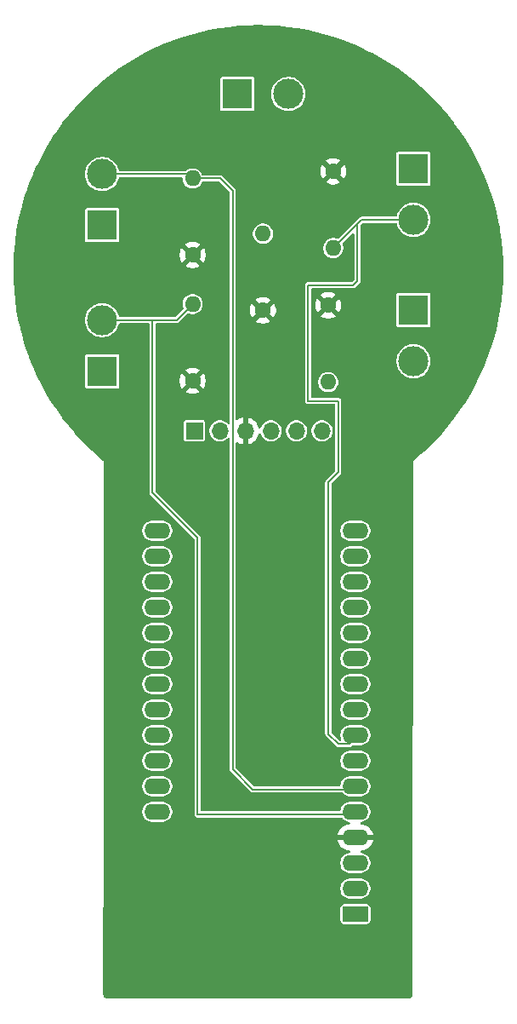
<source format=gbr>
%TF.GenerationSoftware,KiCad,Pcbnew,9.0.0*%
%TF.CreationDate,2025-04-01T22:06:04-04:00*%
%TF.ProjectId,asl,61736c2e-6b69-4636-9164-5f7063625858,rev?*%
%TF.SameCoordinates,Original*%
%TF.FileFunction,Copper,L2,Bot*%
%TF.FilePolarity,Positive*%
%FSLAX46Y46*%
G04 Gerber Fmt 4.6, Leading zero omitted, Abs format (unit mm)*
G04 Created by KiCad (PCBNEW 9.0.0) date 2025-04-01 22:06:04*
%MOMM*%
%LPD*%
G01*
G04 APERTURE LIST*
G04 Aperture macros list*
%AMRoundRect*
0 Rectangle with rounded corners*
0 $1 Rounding radius*
0 $2 $3 $4 $5 $6 $7 $8 $9 X,Y pos of 4 corners*
0 Add a 4 corners polygon primitive as box body*
4,1,4,$2,$3,$4,$5,$6,$7,$8,$9,$2,$3,0*
0 Add four circle primitives for the rounded corners*
1,1,$1+$1,$2,$3*
1,1,$1+$1,$4,$5*
1,1,$1+$1,$6,$7*
1,1,$1+$1,$8,$9*
0 Add four rect primitives between the rounded corners*
20,1,$1+$1,$2,$3,$4,$5,0*
20,1,$1+$1,$4,$5,$6,$7,0*
20,1,$1+$1,$6,$7,$8,$9,0*
20,1,$1+$1,$8,$9,$2,$3,0*%
G04 Aperture macros list end*
%TA.AperFunction,ComponentPad*%
%ADD10O,1.600000X1.600000*%
%TD*%
%TA.AperFunction,ComponentPad*%
%ADD11C,1.600000*%
%TD*%
%TA.AperFunction,ComponentPad*%
%ADD12R,3.000000X3.000000*%
%TD*%
%TA.AperFunction,ComponentPad*%
%ADD13C,3.000000*%
%TD*%
%TA.AperFunction,ComponentPad*%
%ADD14RoundRect,0.250000X1.050000X0.550000X-1.050000X0.550000X-1.050000X-0.550000X1.050000X-0.550000X0*%
%TD*%
%TA.AperFunction,ComponentPad*%
%ADD15O,2.600000X1.600000*%
%TD*%
%TA.AperFunction,ComponentPad*%
%ADD16R,1.700000X1.700000*%
%TD*%
%TA.AperFunction,ComponentPad*%
%ADD17O,1.700000X1.700000*%
%TD*%
%TA.AperFunction,Conductor*%
%ADD18C,0.200000*%
%TD*%
G04 APERTURE END LIST*
D10*
%TO.P,R3,2*%
%TO.N,Net-(A1-I34{slash}A2)*%
X146500000Y-64780000D03*
D11*
%TO.P,R3,1*%
%TO.N,GND*%
X146500000Y-72400000D03*
%TD*%
D12*
%TO.P,J1,1,Pin_1*%
%TO.N,+3V3*%
X130500000Y-78440000D03*
D13*
%TO.P,J1,2,Pin_2*%
%TO.N,Net-(A1-DAC2{slash}A0)*%
X130500000Y-73360000D03*
%TD*%
D14*
%TO.P,A1,1,~{RESET}*%
%TO.N,unconnected-(A1-~{RESET}-Pad1)*%
X155700000Y-132400000D03*
D15*
%TO.P,A1,2,3V3*%
%TO.N,+3V3*%
X155700000Y-129860000D03*
%TO.P,A1,3,NC*%
%TO.N,unconnected-(A1-NC-Pad3)*%
X155700000Y-127320000D03*
%TO.P,A1,4,GND*%
%TO.N,GND*%
X155700000Y-124780000D03*
%TO.P,A1,5,DAC2/A0*%
%TO.N,Net-(A1-DAC2{slash}A0)*%
X155700000Y-122240000D03*
%TO.P,A1,6,DAC1/A1*%
%TO.N,Net-(A1-DAC1{slash}A1)*%
X155700000Y-119700000D03*
%TO.P,A1,7,I34/A2*%
%TO.N,Net-(A1-I34{slash}A2)*%
X155700000Y-117160000D03*
%TO.P,A1,8,I39/A3*%
%TO.N,Net-(A1-I39{slash}A3)*%
X155700000Y-114620000D03*
%TO.P,A1,9,IO36/A4*%
%TO.N,Net-(A1-IO36{slash}A4)*%
X155700000Y-112080000D03*
%TO.P,A1,10,IO4/A5*%
%TO.N,unconnected-(A1-IO4{slash}A5-Pad10)*%
X155700000Y-109540000D03*
%TO.P,A1,11,SCK/IO5*%
%TO.N,unconnected-(A1-SCK{slash}IO5-Pad11)*%
X155700000Y-107000000D03*
%TO.P,A1,12,MOSI/IO18*%
%TO.N,unconnected-(A1-MOSI{slash}IO18-Pad12)*%
X155700000Y-104460000D03*
%TO.P,A1,13,MISO/IO19*%
%TO.N,unconnected-(A1-MISO{slash}IO19-Pad13)*%
X155700000Y-101920000D03*
%TO.P,A1,14,RX/IO16*%
%TO.N,unconnected-(A1-RX{slash}IO16-Pad14)*%
X155700000Y-99380000D03*
%TO.P,A1,15,TX/IO17*%
%TO.N,unconnected-(A1-TX{slash}IO17-Pad15)*%
X155700000Y-96840000D03*
%TO.P,A1,16,IO21*%
%TO.N,unconnected-(A1-IO21-Pad16)*%
X155700000Y-94300000D03*
%TO.P,A1,17,SDA/IO23*%
%TO.N,Net-(A1-SDA{slash}IO23)*%
X135980000Y-94300000D03*
%TO.P,A1,18,SCL/IO22*%
%TO.N,Net-(A1-SCL{slash}IO22)*%
X135980000Y-96840000D03*
%TO.P,A1,19,A6/IO14*%
%TO.N,unconnected-(A1-A6{slash}IO14-Pad19)*%
X135980000Y-99380000D03*
%TO.P,A1,20,A7/IO32*%
%TO.N,unconnected-(A1-A7{slash}IO32-Pad20)*%
X135980000Y-101920000D03*
%TO.P,A1,21,A8/IO15*%
%TO.N,unconnected-(A1-A8{slash}IO15-Pad21)*%
X135980000Y-104460000D03*
%TO.P,A1,22,A9/IO33*%
%TO.N,unconnected-(A1-A9{slash}IO33-Pad22)*%
X135980000Y-107000000D03*
%TO.P,A1,23,A10/IO27*%
%TO.N,unconnected-(A1-A10{slash}IO27-Pad23)*%
X135980000Y-109540000D03*
%TO.P,A1,24,A11/IO12*%
%TO.N,unconnected-(A1-A11{slash}IO12-Pad24)*%
X135980000Y-112080000D03*
%TO.P,A1,25,A12/IO13*%
%TO.N,unconnected-(A1-A12{slash}IO13-Pad25)*%
X135980000Y-114620000D03*
%TO.P,A1,26,USB*%
%TO.N,unconnected-(A1-USB-Pad26)*%
X135980000Y-117160000D03*
%TO.P,A1,27,EN*%
%TO.N,unconnected-(A1-EN-Pad27)*%
X135980000Y-119700000D03*
%TO.P,A1,28,VBAT*%
%TO.N,unconnected-(A1-VBAT-Pad28)*%
X135980000Y-122240000D03*
%TD*%
D11*
%TO.P,R1,1*%
%TO.N,GND*%
X139500000Y-79400000D03*
D10*
%TO.P,R1,2*%
%TO.N,Net-(A1-DAC2{slash}A0)*%
X139500000Y-71780000D03*
%TD*%
D11*
%TO.P,R5,1*%
%TO.N,GND*%
X153000000Y-71900000D03*
D10*
%TO.P,R5,2*%
%TO.N,Net-(A1-IO36{slash}A4)*%
X153000000Y-79520000D03*
%TD*%
D11*
%TO.P,R2,1*%
%TO.N,GND*%
X139500000Y-66900000D03*
D10*
%TO.P,R2,2*%
%TO.N,Net-(A1-DAC1{slash}A1)*%
X139500000Y-59280000D03*
%TD*%
D12*
%TO.P,J4,1,Pin_1*%
%TO.N,+3V3*%
X161500000Y-58320000D03*
D13*
%TO.P,J4,2,Pin_2*%
%TO.N,Net-(A1-I39{slash}A3)*%
X161500000Y-63400000D03*
%TD*%
D12*
%TO.P,J2,1,Pin_1*%
%TO.N,+3V3*%
X130500000Y-63940000D03*
D13*
%TO.P,J2,2,Pin_2*%
%TO.N,Net-(A1-DAC1{slash}A1)*%
X130500000Y-58860000D03*
%TD*%
D12*
%TO.P,J3,1,Pin_1*%
%TO.N,+3V3*%
X143960000Y-50900000D03*
D13*
%TO.P,J3,2,Pin_2*%
%TO.N,Net-(A1-I34{slash}A2)*%
X149040000Y-50900000D03*
%TD*%
D16*
%TO.P,J6,1,Pin_1*%
%TO.N,unconnected-(J6-Pin_1-Pad1)*%
X139675000Y-84375000D03*
D17*
%TO.P,J6,2,Pin_2*%
%TO.N,+3V3*%
X142215000Y-84375000D03*
%TO.P,J6,3,Pin_3*%
%TO.N,GND*%
X144755000Y-84375000D03*
%TO.P,J6,4,Pin_4*%
%TO.N,Net-(A1-SCL{slash}IO22)*%
X147295000Y-84375000D03*
%TO.P,J6,5,Pin_5*%
%TO.N,Net-(A1-SDA{slash}IO23)*%
X149835000Y-84375000D03*
%TO.P,J6,6,Pin_6*%
%TO.N,unconnected-(J6-Pin_6-Pad6)*%
X152375000Y-84375000D03*
%TD*%
D12*
%TO.P,J5,1,Pin_1*%
%TO.N,+3V3*%
X161500000Y-72360000D03*
D13*
%TO.P,J5,2,Pin_2*%
%TO.N,Net-(A1-IO36{slash}A4)*%
X161500000Y-77440000D03*
%TD*%
D11*
%TO.P,R4,1*%
%TO.N,GND*%
X153500000Y-58590000D03*
D10*
%TO.P,R4,2*%
%TO.N,Net-(A1-I39{slash}A3)*%
X153500000Y-66210000D03*
%TD*%
D18*
%TO.N,Net-(A1-I39{slash}A3)*%
X155905000Y-69495000D02*
X155500000Y-69900000D01*
X155905000Y-63805000D02*
X155405000Y-64305000D01*
X151000000Y-69900000D02*
X151000000Y-81400000D01*
X155500000Y-69900000D02*
X151000000Y-69900000D01*
X153000000Y-114500000D02*
X154000000Y-115500000D01*
X155405000Y-64305000D02*
X153500000Y-66210000D01*
X161500000Y-63400000D02*
X156310000Y-63400000D01*
X154000000Y-81400000D02*
X154000000Y-88500000D01*
X154000000Y-88500000D02*
X153000000Y-89500000D01*
X154000000Y-115500000D02*
X155120000Y-115500000D01*
X155905000Y-63805000D02*
X155905000Y-69495000D01*
X155120000Y-115500000D02*
X156000000Y-114620000D01*
X153000000Y-89500000D02*
X153000000Y-114500000D01*
X151000000Y-81400000D02*
X154000000Y-81400000D01*
X156310000Y-63400000D02*
X155905000Y-63805000D01*
%TO.N,Net-(A1-DAC2{slash}A0)*%
X135500000Y-90500000D02*
X140000000Y-95000000D01*
X140000000Y-95000000D02*
X140000000Y-122500000D01*
X137920000Y-73360000D02*
X139500000Y-71780000D01*
X140000000Y-122500000D02*
X155740000Y-122500000D01*
X130500000Y-73360000D02*
X135500000Y-73360000D01*
X135500000Y-73360000D02*
X137920000Y-73360000D01*
X155740000Y-122500000D02*
X156000000Y-122240000D01*
X135500000Y-73360000D02*
X135500000Y-90500000D01*
%TO.N,Net-(A1-DAC1{slash}A1)*%
X139080000Y-58860000D02*
X139500000Y-59280000D01*
X142280000Y-59280000D02*
X143500000Y-60500000D01*
X143500000Y-60500000D02*
X143500000Y-118000000D01*
X143500000Y-118000000D02*
X145500000Y-120000000D01*
X145500000Y-120000000D02*
X155700000Y-120000000D01*
X130500000Y-58860000D02*
X139080000Y-58860000D01*
X155700000Y-120000000D02*
X156000000Y-119700000D01*
X139500000Y-59280000D02*
X142280000Y-59280000D01*
%TD*%
%TA.AperFunction,Conductor*%
%TO.N,GND*%
G36*
X147032667Y-44065139D02*
G01*
X147037594Y-44065337D01*
X148013717Y-44124379D01*
X148018638Y-44124776D01*
X148991594Y-44223074D01*
X148996460Y-44223665D01*
X149964646Y-44361055D01*
X149969572Y-44361855D01*
X150931415Y-44538112D01*
X150936280Y-44539106D01*
X151548674Y-44677022D01*
X151890241Y-44753947D01*
X151895089Y-44755142D01*
X152839601Y-45008212D01*
X152844395Y-45009600D01*
X153777996Y-45300509D01*
X153782717Y-45302086D01*
X154703814Y-45630339D01*
X154708444Y-45632094D01*
X155555390Y-45972946D01*
X155615627Y-45997188D01*
X155620221Y-45999146D01*
X156511885Y-46400434D01*
X156516397Y-46402574D01*
X156938698Y-46613469D01*
X157391250Y-46839472D01*
X157395647Y-46841779D01*
X158252188Y-47313544D01*
X158256482Y-47316023D01*
X159093335Y-47821893D01*
X159097555Y-47824562D01*
X159913313Y-48363686D01*
X159917419Y-48366519D01*
X160710856Y-48938086D01*
X160714819Y-48941063D01*
X161116123Y-49255448D01*
X161484595Y-49544112D01*
X161488463Y-49547270D01*
X162233322Y-50180814D01*
X162237060Y-50184126D01*
X162955781Y-50847124D01*
X162959383Y-50850583D01*
X163650849Y-51542006D01*
X163654308Y-51545607D01*
X164317364Y-52264300D01*
X164320676Y-52268038D01*
X164954266Y-53012857D01*
X164957424Y-53016725D01*
X165560500Y-53786437D01*
X165563500Y-53790429D01*
X166135101Y-54583807D01*
X166137938Y-54587917D01*
X166677130Y-55403669D01*
X166679799Y-55407890D01*
X167185699Y-56244673D01*
X167188196Y-56248997D01*
X167660005Y-57105492D01*
X167662326Y-57109914D01*
X168099263Y-57984705D01*
X168101404Y-57989217D01*
X168502756Y-58880877D01*
X168504714Y-58885471D01*
X168869849Y-59792590D01*
X168871619Y-59797258D01*
X169108004Y-60460438D01*
X169199928Y-60718330D01*
X169201510Y-60723067D01*
X169492473Y-61656634D01*
X169493862Y-61661430D01*
X169746995Y-62605936D01*
X169748179Y-62610739D01*
X169951087Y-63511450D01*
X169963081Y-63564690D01*
X169964080Y-63569582D01*
X170069052Y-64142214D01*
X170138971Y-64523629D01*
X170140400Y-64531421D01*
X170141201Y-64536351D01*
X170278644Y-65504479D01*
X170279246Y-65509436D01*
X170377598Y-66482318D01*
X170378000Y-66487296D01*
X170437098Y-67463327D01*
X170437300Y-67468316D01*
X170457051Y-68445980D01*
X170457051Y-68450974D01*
X170437423Y-69428614D01*
X170437222Y-69433604D01*
X170378246Y-70409647D01*
X170377845Y-70414624D01*
X170279614Y-71387536D01*
X170279012Y-71392494D01*
X170141688Y-72360642D01*
X170140887Y-72365571D01*
X169964698Y-73327386D01*
X169963700Y-73332279D01*
X169748918Y-74286257D01*
X169747723Y-74291106D01*
X169494710Y-75235638D01*
X169493321Y-75240435D01*
X169202478Y-76174029D01*
X169200897Y-76178765D01*
X168872710Y-77099862D01*
X168870940Y-77104532D01*
X168505917Y-78011706D01*
X168503960Y-78016300D01*
X168102709Y-78908031D01*
X168100568Y-78912543D01*
X167663751Y-79787370D01*
X167661431Y-79791792D01*
X167189725Y-80648354D01*
X167187228Y-80652679D01*
X166681438Y-81489518D01*
X166678770Y-81493739D01*
X166139667Y-82309576D01*
X166136830Y-82313686D01*
X165565341Y-83107120D01*
X165562342Y-83111112D01*
X164959359Y-83880904D01*
X164956201Y-83884773D01*
X164322695Y-84629683D01*
X164319383Y-84633421D01*
X163656429Y-85352183D01*
X163652970Y-85355785D01*
X162961603Y-86047282D01*
X162958002Y-86050742D01*
X162239350Y-86713844D01*
X162235613Y-86717156D01*
X161510383Y-87334159D01*
X161509873Y-87334590D01*
X161499291Y-87343494D01*
X161495653Y-87344998D01*
X161485688Y-87354942D01*
X161481660Y-87358332D01*
X161481435Y-87358430D01*
X161480258Y-87359494D01*
X161468074Y-87369444D01*
X161468072Y-87369447D01*
X161459796Y-87391271D01*
X161459797Y-87391272D01*
X161459100Y-87393110D01*
X161452018Y-87410163D01*
X161452016Y-87411796D01*
X161448981Y-87419802D01*
X161448981Y-87419807D01*
X161450372Y-87428358D01*
X161451980Y-87448385D01*
X161399541Y-140356997D01*
X161399541Y-140357019D01*
X161399522Y-140373031D01*
X161399500Y-140373071D01*
X161399500Y-140391810D01*
X161399500Y-140392017D01*
X161399487Y-140392058D01*
X161398439Y-140408059D01*
X161388017Y-140487215D01*
X161379639Y-140518480D01*
X161352225Y-140584664D01*
X161336039Y-140612699D01*
X161292425Y-140669537D01*
X161269537Y-140692425D01*
X161212699Y-140736039D01*
X161184664Y-140752225D01*
X161118480Y-140779639D01*
X161087215Y-140788017D01*
X161024008Y-140796339D01*
X161008057Y-140798439D01*
X160991873Y-140799500D01*
X131008127Y-140799500D01*
X130991942Y-140798439D01*
X130972563Y-140795887D01*
X130912784Y-140788017D01*
X130881519Y-140779639D01*
X130815335Y-140752225D01*
X130787300Y-140736039D01*
X130730462Y-140692425D01*
X130707574Y-140669537D01*
X130663960Y-140612699D01*
X130647774Y-140584664D01*
X130620360Y-140518480D01*
X130611982Y-140487213D01*
X130601569Y-140408118D01*
X130600508Y-140391810D01*
X130600543Y-140357019D01*
X130609028Y-131795730D01*
X154199500Y-131795730D01*
X154199500Y-133004269D01*
X154202353Y-133034699D01*
X154202353Y-133034701D01*
X154247206Y-133162880D01*
X154247207Y-133162882D01*
X154327850Y-133272150D01*
X154437118Y-133352793D01*
X154479845Y-133367744D01*
X154565299Y-133397646D01*
X154595730Y-133400500D01*
X154595734Y-133400500D01*
X156804270Y-133400500D01*
X156834699Y-133397646D01*
X156834701Y-133397646D01*
X156898790Y-133375219D01*
X156962882Y-133352793D01*
X157072150Y-133272150D01*
X157152793Y-133162882D01*
X157175219Y-133098790D01*
X157197646Y-133034701D01*
X157197646Y-133034699D01*
X157200500Y-133004269D01*
X157200500Y-131795730D01*
X157197646Y-131765300D01*
X157197646Y-131765298D01*
X157152793Y-131637119D01*
X157152792Y-131637117D01*
X157072150Y-131527850D01*
X156962882Y-131447207D01*
X156962880Y-131447206D01*
X156834700Y-131402353D01*
X156804270Y-131399500D01*
X156804266Y-131399500D01*
X154595734Y-131399500D01*
X154595730Y-131399500D01*
X154565300Y-131402353D01*
X154565298Y-131402353D01*
X154437119Y-131447206D01*
X154437117Y-131447207D01*
X154327850Y-131527850D01*
X154247207Y-131637117D01*
X154247206Y-131637119D01*
X154202353Y-131765298D01*
X154202353Y-131765300D01*
X154199500Y-131795730D01*
X130609028Y-131795730D01*
X130609185Y-131637117D01*
X130610849Y-129958543D01*
X154199499Y-129958543D01*
X154237947Y-130151829D01*
X154237950Y-130151839D01*
X154313364Y-130333907D01*
X154313371Y-130333920D01*
X154422860Y-130497781D01*
X154422863Y-130497785D01*
X154562214Y-130637136D01*
X154562218Y-130637139D01*
X154726079Y-130746628D01*
X154726092Y-130746635D01*
X154908160Y-130822049D01*
X154908165Y-130822051D01*
X154908169Y-130822051D01*
X154908170Y-130822052D01*
X155101456Y-130860500D01*
X155101459Y-130860500D01*
X156298543Y-130860500D01*
X156428582Y-130834632D01*
X156491835Y-130822051D01*
X156673914Y-130746632D01*
X156837782Y-130637139D01*
X156977139Y-130497782D01*
X157086632Y-130333914D01*
X157162051Y-130151835D01*
X157200500Y-129958541D01*
X157200500Y-129761459D01*
X157200500Y-129761456D01*
X157162052Y-129568170D01*
X157162051Y-129568169D01*
X157162051Y-129568165D01*
X157162049Y-129568160D01*
X157086635Y-129386092D01*
X157086628Y-129386079D01*
X156977139Y-129222218D01*
X156977136Y-129222214D01*
X156837785Y-129082863D01*
X156837781Y-129082860D01*
X156673920Y-128973371D01*
X156673907Y-128973364D01*
X156491839Y-128897950D01*
X156491829Y-128897947D01*
X156298543Y-128859500D01*
X156298541Y-128859500D01*
X155101459Y-128859500D01*
X155101457Y-128859500D01*
X154908170Y-128897947D01*
X154908160Y-128897950D01*
X154726092Y-128973364D01*
X154726079Y-128973371D01*
X154562218Y-129082860D01*
X154562214Y-129082863D01*
X154422863Y-129222214D01*
X154422860Y-129222218D01*
X154313371Y-129386079D01*
X154313364Y-129386092D01*
X154237950Y-129568160D01*
X154237947Y-129568170D01*
X154199500Y-129761456D01*
X154199500Y-129761459D01*
X154199500Y-129958541D01*
X154199500Y-129958543D01*
X154199499Y-129958543D01*
X130610849Y-129958543D01*
X130611051Y-129755244D01*
X130615771Y-124992814D01*
X130618402Y-122338543D01*
X134479499Y-122338543D01*
X134517947Y-122531829D01*
X134517950Y-122531839D01*
X134593364Y-122713907D01*
X134593371Y-122713920D01*
X134702860Y-122877781D01*
X134702863Y-122877785D01*
X134842214Y-123017136D01*
X134842218Y-123017139D01*
X135006079Y-123126628D01*
X135006092Y-123126635D01*
X135188160Y-123202049D01*
X135188165Y-123202051D01*
X135188169Y-123202051D01*
X135188170Y-123202052D01*
X135381456Y-123240500D01*
X135381459Y-123240500D01*
X136578543Y-123240500D01*
X136708582Y-123214632D01*
X136771835Y-123202051D01*
X136953914Y-123126632D01*
X137117782Y-123017139D01*
X137257139Y-122877782D01*
X137366632Y-122713914D01*
X137442051Y-122531835D01*
X137480500Y-122338541D01*
X137480500Y-122141459D01*
X137480500Y-122141456D01*
X137442052Y-121948170D01*
X137442051Y-121948169D01*
X137442051Y-121948165D01*
X137442049Y-121948160D01*
X137366635Y-121766092D01*
X137366628Y-121766079D01*
X137257139Y-121602218D01*
X137257136Y-121602214D01*
X137117785Y-121462863D01*
X137117781Y-121462860D01*
X136953920Y-121353371D01*
X136953907Y-121353364D01*
X136771839Y-121277950D01*
X136771829Y-121277947D01*
X136578543Y-121239500D01*
X136578541Y-121239500D01*
X135381459Y-121239500D01*
X135381457Y-121239500D01*
X135188170Y-121277947D01*
X135188160Y-121277950D01*
X135006092Y-121353364D01*
X135006079Y-121353371D01*
X134842218Y-121462860D01*
X134842214Y-121462863D01*
X134702863Y-121602214D01*
X134702860Y-121602218D01*
X134593371Y-121766079D01*
X134593364Y-121766092D01*
X134517950Y-121948160D01*
X134517947Y-121948170D01*
X134479500Y-122141456D01*
X134479500Y-122141459D01*
X134479500Y-122338541D01*
X134479500Y-122338543D01*
X134479499Y-122338543D01*
X130618402Y-122338543D01*
X130618603Y-122135244D01*
X130620421Y-120300500D01*
X130620918Y-119798543D01*
X134479499Y-119798543D01*
X134517947Y-119991829D01*
X134517950Y-119991839D01*
X134593364Y-120173907D01*
X134593371Y-120173920D01*
X134702860Y-120337781D01*
X134702863Y-120337785D01*
X134842214Y-120477136D01*
X134842218Y-120477139D01*
X135006079Y-120586628D01*
X135006092Y-120586635D01*
X135188160Y-120662049D01*
X135188165Y-120662051D01*
X135188169Y-120662051D01*
X135188170Y-120662052D01*
X135381456Y-120700500D01*
X135381459Y-120700500D01*
X136578543Y-120700500D01*
X136708582Y-120674632D01*
X136771835Y-120662051D01*
X136953914Y-120586632D01*
X137117782Y-120477139D01*
X137257139Y-120337782D01*
X137366632Y-120173914D01*
X137442051Y-119991835D01*
X137480500Y-119798541D01*
X137480500Y-119601459D01*
X137480500Y-119601456D01*
X137442052Y-119408170D01*
X137442051Y-119408169D01*
X137442051Y-119408165D01*
X137442049Y-119408160D01*
X137366635Y-119226092D01*
X137366628Y-119226079D01*
X137257139Y-119062218D01*
X137257136Y-119062214D01*
X137117785Y-118922863D01*
X137117781Y-118922860D01*
X136953920Y-118813371D01*
X136953907Y-118813364D01*
X136771839Y-118737950D01*
X136771829Y-118737947D01*
X136578543Y-118699500D01*
X136578541Y-118699500D01*
X135381459Y-118699500D01*
X135381457Y-118699500D01*
X135188170Y-118737947D01*
X135188160Y-118737950D01*
X135006092Y-118813364D01*
X135006079Y-118813371D01*
X134842218Y-118922860D01*
X134842214Y-118922863D01*
X134702863Y-119062214D01*
X134702860Y-119062218D01*
X134593371Y-119226079D01*
X134593364Y-119226092D01*
X134517950Y-119408160D01*
X134517947Y-119408170D01*
X134479500Y-119601456D01*
X134479500Y-119601459D01*
X134479500Y-119798541D01*
X134479500Y-119798543D01*
X134479499Y-119798543D01*
X130620918Y-119798543D01*
X130622279Y-118425161D01*
X130623436Y-117258543D01*
X134479499Y-117258543D01*
X134517947Y-117451829D01*
X134517950Y-117451839D01*
X134593364Y-117633907D01*
X134593371Y-117633920D01*
X134702860Y-117797781D01*
X134702863Y-117797785D01*
X134842214Y-117937136D01*
X134842218Y-117937139D01*
X135006079Y-118046628D01*
X135006092Y-118046635D01*
X135173530Y-118115989D01*
X135188165Y-118122051D01*
X135188169Y-118122051D01*
X135188170Y-118122052D01*
X135381456Y-118160500D01*
X135381459Y-118160500D01*
X136578543Y-118160500D01*
X136708582Y-118134632D01*
X136771835Y-118122051D01*
X136953914Y-118046632D01*
X137117782Y-117937139D01*
X137257139Y-117797782D01*
X137366632Y-117633914D01*
X137442051Y-117451835D01*
X137480500Y-117258541D01*
X137480500Y-117061459D01*
X137480500Y-117061456D01*
X137442052Y-116868170D01*
X137442051Y-116868169D01*
X137442051Y-116868165D01*
X137442049Y-116868160D01*
X137366635Y-116686092D01*
X137366628Y-116686079D01*
X137257139Y-116522218D01*
X137257136Y-116522214D01*
X137117785Y-116382863D01*
X137117781Y-116382860D01*
X136953920Y-116273371D01*
X136953907Y-116273364D01*
X136771839Y-116197950D01*
X136771829Y-116197947D01*
X136578543Y-116159500D01*
X136578541Y-116159500D01*
X135381459Y-116159500D01*
X135381457Y-116159500D01*
X135188170Y-116197947D01*
X135188160Y-116197950D01*
X135006092Y-116273364D01*
X135006079Y-116273371D01*
X134842218Y-116382860D01*
X134842214Y-116382863D01*
X134702863Y-116522214D01*
X134702860Y-116522218D01*
X134593371Y-116686079D01*
X134593364Y-116686092D01*
X134517950Y-116868160D01*
X134517947Y-116868170D01*
X134479500Y-117061456D01*
X134479500Y-117061459D01*
X134479500Y-117258541D01*
X134479500Y-117258543D01*
X134479499Y-117258543D01*
X130623436Y-117258543D01*
X130623638Y-117055244D01*
X130625954Y-114718543D01*
X134479499Y-114718543D01*
X134517947Y-114911829D01*
X134517950Y-114911839D01*
X134593364Y-115093907D01*
X134593371Y-115093920D01*
X134702860Y-115257781D01*
X134702863Y-115257785D01*
X134842214Y-115397136D01*
X134842218Y-115397139D01*
X135006079Y-115506628D01*
X135006092Y-115506635D01*
X135188160Y-115582049D01*
X135188165Y-115582051D01*
X135188169Y-115582051D01*
X135188170Y-115582052D01*
X135381456Y-115620500D01*
X135381459Y-115620500D01*
X136578543Y-115620500D01*
X136708582Y-115594632D01*
X136771835Y-115582051D01*
X136953914Y-115506632D01*
X137117782Y-115397139D01*
X137257139Y-115257782D01*
X137366632Y-115093914D01*
X137442051Y-114911835D01*
X137480500Y-114718541D01*
X137480500Y-114521459D01*
X137480500Y-114521456D01*
X137442052Y-114328170D01*
X137442051Y-114328169D01*
X137442051Y-114328165D01*
X137440395Y-114324167D01*
X137366635Y-114146092D01*
X137366628Y-114146079D01*
X137257139Y-113982218D01*
X137257136Y-113982214D01*
X137117785Y-113842863D01*
X137117781Y-113842860D01*
X136953920Y-113733371D01*
X136953907Y-113733364D01*
X136771839Y-113657950D01*
X136771829Y-113657947D01*
X136578543Y-113619500D01*
X136578541Y-113619500D01*
X135381459Y-113619500D01*
X135381457Y-113619500D01*
X135188170Y-113657947D01*
X135188160Y-113657950D01*
X135006092Y-113733364D01*
X135006079Y-113733371D01*
X134842218Y-113842860D01*
X134842214Y-113842863D01*
X134702863Y-113982214D01*
X134702860Y-113982218D01*
X134593371Y-114146079D01*
X134593364Y-114146092D01*
X134517950Y-114328160D01*
X134517947Y-114328170D01*
X134479500Y-114521456D01*
X134479500Y-114521459D01*
X134479500Y-114718541D01*
X134479500Y-114718543D01*
X134479499Y-114718543D01*
X130625954Y-114718543D01*
X130626155Y-114515244D01*
X130626341Y-114328170D01*
X130628472Y-112178543D01*
X134479499Y-112178543D01*
X134517947Y-112371829D01*
X134517950Y-112371839D01*
X134593364Y-112553907D01*
X134593371Y-112553920D01*
X134702860Y-112717781D01*
X134702863Y-112717785D01*
X134842214Y-112857136D01*
X134842218Y-112857139D01*
X135006079Y-112966628D01*
X135006092Y-112966635D01*
X135188160Y-113042049D01*
X135188165Y-113042051D01*
X135188169Y-113042051D01*
X135188170Y-113042052D01*
X135381456Y-113080500D01*
X135381459Y-113080500D01*
X136578543Y-113080500D01*
X136708582Y-113054632D01*
X136771835Y-113042051D01*
X136953914Y-112966632D01*
X137117782Y-112857139D01*
X137257139Y-112717782D01*
X137366632Y-112553914D01*
X137442051Y-112371835D01*
X137480500Y-112178541D01*
X137480500Y-111981459D01*
X137480500Y-111981456D01*
X137442052Y-111788170D01*
X137442051Y-111788169D01*
X137442051Y-111788165D01*
X137442049Y-111788160D01*
X137366635Y-111606092D01*
X137366628Y-111606079D01*
X137257139Y-111442218D01*
X137257136Y-111442214D01*
X137117785Y-111302863D01*
X137117781Y-111302860D01*
X136953920Y-111193371D01*
X136953907Y-111193364D01*
X136771839Y-111117950D01*
X136771829Y-111117947D01*
X136578543Y-111079500D01*
X136578541Y-111079500D01*
X135381459Y-111079500D01*
X135381457Y-111079500D01*
X135188170Y-111117947D01*
X135188160Y-111117950D01*
X135006092Y-111193364D01*
X135006079Y-111193371D01*
X134842218Y-111302860D01*
X134842214Y-111302863D01*
X134702863Y-111442214D01*
X134702860Y-111442218D01*
X134593371Y-111606079D01*
X134593364Y-111606092D01*
X134517950Y-111788160D01*
X134517947Y-111788170D01*
X134479500Y-111981456D01*
X134479500Y-111981459D01*
X134479500Y-112178541D01*
X134479500Y-112178543D01*
X134479499Y-112178543D01*
X130628472Y-112178543D01*
X130629523Y-111117950D01*
X130630989Y-109638543D01*
X134479499Y-109638543D01*
X134517947Y-109831829D01*
X134517950Y-109831839D01*
X134593364Y-110013907D01*
X134593371Y-110013920D01*
X134702860Y-110177781D01*
X134702863Y-110177785D01*
X134842214Y-110317136D01*
X134842218Y-110317139D01*
X135006079Y-110426628D01*
X135006092Y-110426635D01*
X135188160Y-110502049D01*
X135188165Y-110502051D01*
X135188169Y-110502051D01*
X135188170Y-110502052D01*
X135381456Y-110540500D01*
X135381459Y-110540500D01*
X136578543Y-110540500D01*
X136708582Y-110514632D01*
X136771835Y-110502051D01*
X136953914Y-110426632D01*
X137117782Y-110317139D01*
X137257139Y-110177782D01*
X137366632Y-110013914D01*
X137442051Y-109831835D01*
X137480500Y-109638541D01*
X137480500Y-109441459D01*
X137480500Y-109441456D01*
X137442052Y-109248170D01*
X137442051Y-109248169D01*
X137442051Y-109248165D01*
X137442049Y-109248160D01*
X137366635Y-109066092D01*
X137366628Y-109066079D01*
X137257139Y-108902218D01*
X137257136Y-108902214D01*
X137117785Y-108762863D01*
X137117781Y-108762860D01*
X136953920Y-108653371D01*
X136953907Y-108653364D01*
X136771839Y-108577950D01*
X136771829Y-108577947D01*
X136578543Y-108539500D01*
X136578541Y-108539500D01*
X135381459Y-108539500D01*
X135381457Y-108539500D01*
X135188170Y-108577947D01*
X135188160Y-108577950D01*
X135006092Y-108653364D01*
X135006079Y-108653371D01*
X134842218Y-108762860D01*
X134842214Y-108762863D01*
X134702863Y-108902214D01*
X134702860Y-108902218D01*
X134593371Y-109066079D01*
X134593364Y-109066092D01*
X134517950Y-109248160D01*
X134517947Y-109248170D01*
X134479500Y-109441456D01*
X134479500Y-109441459D01*
X134479500Y-109638541D01*
X134479500Y-109638543D01*
X134479499Y-109638543D01*
X130630989Y-109638543D01*
X130631190Y-109435244D01*
X130631376Y-109248170D01*
X130633506Y-107098543D01*
X134479499Y-107098543D01*
X134517947Y-107291829D01*
X134517950Y-107291839D01*
X134593364Y-107473907D01*
X134593371Y-107473920D01*
X134702860Y-107637781D01*
X134702863Y-107637785D01*
X134842214Y-107777136D01*
X134842218Y-107777139D01*
X135006079Y-107886628D01*
X135006092Y-107886635D01*
X135188160Y-107962049D01*
X135188165Y-107962051D01*
X135188169Y-107962051D01*
X135188170Y-107962052D01*
X135381456Y-108000500D01*
X135381459Y-108000500D01*
X136578543Y-108000500D01*
X136708582Y-107974632D01*
X136771835Y-107962051D01*
X136953914Y-107886632D01*
X137117782Y-107777139D01*
X137257139Y-107637782D01*
X137366632Y-107473914D01*
X137442051Y-107291835D01*
X137480500Y-107098541D01*
X137480500Y-106901459D01*
X137480500Y-106901456D01*
X137442052Y-106708170D01*
X137442051Y-106708169D01*
X137442051Y-106708165D01*
X137442049Y-106708160D01*
X137366635Y-106526092D01*
X137366628Y-106526079D01*
X137257139Y-106362218D01*
X137257136Y-106362214D01*
X137117785Y-106222863D01*
X137117781Y-106222860D01*
X136953920Y-106113371D01*
X136953907Y-106113364D01*
X136771839Y-106037950D01*
X136771829Y-106037947D01*
X136578543Y-105999500D01*
X136578541Y-105999500D01*
X135381459Y-105999500D01*
X135381457Y-105999500D01*
X135188170Y-106037947D01*
X135188160Y-106037950D01*
X135006092Y-106113364D01*
X135006079Y-106113371D01*
X134842218Y-106222860D01*
X134842214Y-106222863D01*
X134702863Y-106362214D01*
X134702860Y-106362218D01*
X134593371Y-106526079D01*
X134593364Y-106526092D01*
X134517950Y-106708160D01*
X134517947Y-106708170D01*
X134479500Y-106901456D01*
X134479500Y-106901459D01*
X134479500Y-107098541D01*
X134479500Y-107098543D01*
X134479499Y-107098543D01*
X130633506Y-107098543D01*
X130633506Y-107098541D01*
X130633708Y-106895244D01*
X130636024Y-104558543D01*
X134479499Y-104558543D01*
X134517947Y-104751829D01*
X134517950Y-104751839D01*
X134593364Y-104933907D01*
X134593371Y-104933920D01*
X134702860Y-105097781D01*
X134702863Y-105097785D01*
X134842214Y-105237136D01*
X134842218Y-105237139D01*
X135006079Y-105346628D01*
X135006092Y-105346635D01*
X135188160Y-105422049D01*
X135188165Y-105422051D01*
X135188169Y-105422051D01*
X135188170Y-105422052D01*
X135381456Y-105460500D01*
X135381459Y-105460500D01*
X136578543Y-105460500D01*
X136708582Y-105434632D01*
X136771835Y-105422051D01*
X136953914Y-105346632D01*
X137117782Y-105237139D01*
X137257139Y-105097782D01*
X137366632Y-104933914D01*
X137442051Y-104751835D01*
X137480500Y-104558541D01*
X137480500Y-104361459D01*
X137480500Y-104361456D01*
X137442052Y-104168170D01*
X137442051Y-104168169D01*
X137442051Y-104168165D01*
X137442049Y-104168160D01*
X137366635Y-103986092D01*
X137366628Y-103986079D01*
X137257139Y-103822218D01*
X137257136Y-103822214D01*
X137117785Y-103682863D01*
X137117781Y-103682860D01*
X136953920Y-103573371D01*
X136953907Y-103573364D01*
X136771839Y-103497950D01*
X136771829Y-103497947D01*
X136578543Y-103459500D01*
X136578541Y-103459500D01*
X135381459Y-103459500D01*
X135381457Y-103459500D01*
X135188170Y-103497947D01*
X135188160Y-103497950D01*
X135006092Y-103573364D01*
X135006079Y-103573371D01*
X134842218Y-103682860D01*
X134842214Y-103682863D01*
X134702863Y-103822214D01*
X134702860Y-103822218D01*
X134593371Y-103986079D01*
X134593364Y-103986092D01*
X134517950Y-104168160D01*
X134517947Y-104168170D01*
X134479500Y-104361456D01*
X134479500Y-104361459D01*
X134479500Y-104558541D01*
X134479500Y-104558543D01*
X134479499Y-104558543D01*
X130636024Y-104558543D01*
X130636225Y-104355244D01*
X130636411Y-104168170D01*
X130638541Y-102018543D01*
X134479499Y-102018543D01*
X134517947Y-102211829D01*
X134517950Y-102211839D01*
X134593364Y-102393907D01*
X134593371Y-102393920D01*
X134702860Y-102557781D01*
X134702863Y-102557785D01*
X134842214Y-102697136D01*
X134842218Y-102697139D01*
X135006079Y-102806628D01*
X135006092Y-102806635D01*
X135188160Y-102882049D01*
X135188165Y-102882051D01*
X135188169Y-102882051D01*
X135188170Y-102882052D01*
X135381456Y-102920500D01*
X135381459Y-102920500D01*
X136578543Y-102920500D01*
X136708582Y-102894632D01*
X136771835Y-102882051D01*
X136953914Y-102806632D01*
X137117782Y-102697139D01*
X137257139Y-102557782D01*
X137366632Y-102393914D01*
X137442051Y-102211835D01*
X137480500Y-102018541D01*
X137480500Y-101821459D01*
X137480500Y-101821456D01*
X137442052Y-101628170D01*
X137442051Y-101628169D01*
X137442051Y-101628165D01*
X137442049Y-101628160D01*
X137366635Y-101446092D01*
X137366628Y-101446079D01*
X137257139Y-101282218D01*
X137257136Y-101282214D01*
X137117785Y-101142863D01*
X137117781Y-101142860D01*
X136953920Y-101033371D01*
X136953907Y-101033364D01*
X136771839Y-100957950D01*
X136771829Y-100957947D01*
X136578543Y-100919500D01*
X136578541Y-100919500D01*
X135381459Y-100919500D01*
X135381457Y-100919500D01*
X135188170Y-100957947D01*
X135188160Y-100957950D01*
X135006092Y-101033364D01*
X135006079Y-101033371D01*
X134842218Y-101142860D01*
X134842214Y-101142863D01*
X134702863Y-101282214D01*
X134702860Y-101282218D01*
X134593371Y-101446079D01*
X134593364Y-101446092D01*
X134517950Y-101628160D01*
X134517947Y-101628170D01*
X134479500Y-101821456D01*
X134479500Y-101821459D01*
X134479500Y-102018541D01*
X134479500Y-102018543D01*
X134479499Y-102018543D01*
X130638541Y-102018543D01*
X130638541Y-102018541D01*
X130638743Y-101815244D01*
X130641059Y-99478543D01*
X134479499Y-99478543D01*
X134517947Y-99671829D01*
X134517950Y-99671839D01*
X134593364Y-99853907D01*
X134593371Y-99853920D01*
X134702860Y-100017781D01*
X134702863Y-100017785D01*
X134842214Y-100157136D01*
X134842218Y-100157139D01*
X135006079Y-100266628D01*
X135006092Y-100266635D01*
X135188160Y-100342049D01*
X135188165Y-100342051D01*
X135188169Y-100342051D01*
X135188170Y-100342052D01*
X135381456Y-100380500D01*
X135381459Y-100380500D01*
X136578543Y-100380500D01*
X136708582Y-100354632D01*
X136771835Y-100342051D01*
X136953914Y-100266632D01*
X137117782Y-100157139D01*
X137257139Y-100017782D01*
X137366632Y-99853914D01*
X137442051Y-99671835D01*
X137480500Y-99478541D01*
X137480500Y-99281459D01*
X137480500Y-99281456D01*
X137442052Y-99088170D01*
X137442051Y-99088169D01*
X137442051Y-99088165D01*
X137442049Y-99088160D01*
X137366635Y-98906092D01*
X137366628Y-98906079D01*
X137257139Y-98742218D01*
X137257136Y-98742214D01*
X137117785Y-98602863D01*
X137117781Y-98602860D01*
X136953920Y-98493371D01*
X136953907Y-98493364D01*
X136771839Y-98417950D01*
X136771829Y-98417947D01*
X136578543Y-98379500D01*
X136578541Y-98379500D01*
X135381459Y-98379500D01*
X135381457Y-98379500D01*
X135188170Y-98417947D01*
X135188160Y-98417950D01*
X135006092Y-98493364D01*
X135006079Y-98493371D01*
X134842218Y-98602860D01*
X134842214Y-98602863D01*
X134702863Y-98742214D01*
X134702860Y-98742218D01*
X134593371Y-98906079D01*
X134593364Y-98906092D01*
X134517950Y-99088160D01*
X134517947Y-99088170D01*
X134479500Y-99281456D01*
X134479500Y-99281459D01*
X134479500Y-99478541D01*
X134479500Y-99478543D01*
X134479499Y-99478543D01*
X130641059Y-99478543D01*
X130641260Y-99275244D01*
X130641446Y-99088170D01*
X130643576Y-96938543D01*
X134479499Y-96938543D01*
X134517947Y-97131829D01*
X134517950Y-97131839D01*
X134593364Y-97313907D01*
X134593371Y-97313920D01*
X134702860Y-97477781D01*
X134702863Y-97477785D01*
X134842214Y-97617136D01*
X134842218Y-97617139D01*
X135006079Y-97726628D01*
X135006092Y-97726635D01*
X135188160Y-97802049D01*
X135188165Y-97802051D01*
X135188169Y-97802051D01*
X135188170Y-97802052D01*
X135381456Y-97840500D01*
X135381459Y-97840500D01*
X136578543Y-97840500D01*
X136708582Y-97814632D01*
X136771835Y-97802051D01*
X136953914Y-97726632D01*
X137117782Y-97617139D01*
X137257139Y-97477782D01*
X137366632Y-97313914D01*
X137442051Y-97131835D01*
X137480500Y-96938541D01*
X137480500Y-96741459D01*
X137480500Y-96741456D01*
X137442052Y-96548170D01*
X137442051Y-96548169D01*
X137442051Y-96548165D01*
X137442049Y-96548160D01*
X137366635Y-96366092D01*
X137366628Y-96366079D01*
X137257139Y-96202218D01*
X137257136Y-96202214D01*
X137117785Y-96062863D01*
X137117781Y-96062860D01*
X136953920Y-95953371D01*
X136953907Y-95953364D01*
X136771839Y-95877950D01*
X136771829Y-95877947D01*
X136578543Y-95839500D01*
X136578541Y-95839500D01*
X135381459Y-95839500D01*
X135381457Y-95839500D01*
X135188170Y-95877947D01*
X135188160Y-95877950D01*
X135006092Y-95953364D01*
X135006079Y-95953371D01*
X134842218Y-96062860D01*
X134842214Y-96062863D01*
X134702863Y-96202214D01*
X134702860Y-96202218D01*
X134593371Y-96366079D01*
X134593364Y-96366092D01*
X134517950Y-96548160D01*
X134517947Y-96548170D01*
X134479500Y-96741456D01*
X134479500Y-96741459D01*
X134479500Y-96938541D01*
X134479500Y-96938543D01*
X134479499Y-96938543D01*
X130643576Y-96938543D01*
X130643576Y-96938541D01*
X130643778Y-96735244D01*
X130646094Y-94398543D01*
X134479499Y-94398543D01*
X134517947Y-94591829D01*
X134517950Y-94591839D01*
X134593364Y-94773907D01*
X134593371Y-94773920D01*
X134702860Y-94937781D01*
X134702863Y-94937785D01*
X134842214Y-95077136D01*
X134842218Y-95077139D01*
X135006079Y-95186628D01*
X135006092Y-95186635D01*
X135188160Y-95262049D01*
X135188165Y-95262051D01*
X135188169Y-95262051D01*
X135188170Y-95262052D01*
X135381456Y-95300500D01*
X135381459Y-95300500D01*
X136578543Y-95300500D01*
X136708582Y-95274632D01*
X136771835Y-95262051D01*
X136953914Y-95186632D01*
X137117782Y-95077139D01*
X137257139Y-94937782D01*
X137366632Y-94773914D01*
X137442051Y-94591835D01*
X137480500Y-94398541D01*
X137480500Y-94201459D01*
X137480500Y-94201456D01*
X137442052Y-94008170D01*
X137442051Y-94008169D01*
X137442051Y-94008165D01*
X137442049Y-94008160D01*
X137366635Y-93826092D01*
X137366628Y-93826079D01*
X137257139Y-93662218D01*
X137257136Y-93662214D01*
X137117785Y-93522863D01*
X137117781Y-93522860D01*
X136953920Y-93413371D01*
X136953907Y-93413364D01*
X136771839Y-93337950D01*
X136771829Y-93337947D01*
X136578543Y-93299500D01*
X136578541Y-93299500D01*
X135381459Y-93299500D01*
X135381457Y-93299500D01*
X135188170Y-93337947D01*
X135188160Y-93337950D01*
X135006092Y-93413364D01*
X135006079Y-93413371D01*
X134842218Y-93522860D01*
X134842214Y-93522863D01*
X134702863Y-93662214D01*
X134702860Y-93662218D01*
X134593371Y-93826079D01*
X134593364Y-93826092D01*
X134517950Y-94008160D01*
X134517947Y-94008170D01*
X134479500Y-94201456D01*
X134479500Y-94201459D01*
X134479500Y-94398541D01*
X134479500Y-94398543D01*
X134479499Y-94398543D01*
X130646094Y-94398543D01*
X130646295Y-94195244D01*
X130647183Y-93299500D01*
X130652992Y-87438417D01*
X130656019Y-87419805D01*
X130653018Y-87411890D01*
X130653020Y-87410362D01*
X130646624Y-87394880D01*
X130645313Y-87391570D01*
X130636926Y-87369446D01*
X130624871Y-87359601D01*
X130623522Y-87358482D01*
X130619388Y-87355004D01*
X130609513Y-87345109D01*
X130605789Y-87343562D01*
X130595079Y-87334551D01*
X130595018Y-87334459D01*
X130594560Y-87334113D01*
X129869386Y-86717156D01*
X129865649Y-86713844D01*
X129683176Y-86545476D01*
X129146989Y-86050734D01*
X129143396Y-86047282D01*
X128452029Y-85355785D01*
X128448570Y-85352183D01*
X128006220Y-84872596D01*
X127785607Y-84633411D01*
X127782304Y-84629683D01*
X127653701Y-84478465D01*
X127148790Y-83884764D01*
X127145640Y-83880904D01*
X127141015Y-83875000D01*
X126542655Y-83111109D01*
X126539658Y-83107120D01*
X126504452Y-83058241D01*
X125968158Y-82313670D01*
X125965343Y-82309593D01*
X125426217Y-81493721D01*
X125423573Y-81489537D01*
X124917761Y-80652662D01*
X124915274Y-80648354D01*
X124443557Y-79791772D01*
X124441258Y-79787390D01*
X124004422Y-78912524D01*
X124002290Y-78908031D01*
X123990675Y-78882218D01*
X123601030Y-78016280D01*
X123599091Y-78011727D01*
X123234054Y-77104520D01*
X123232289Y-77099862D01*
X123180952Y-76955778D01*
X123168292Y-76920247D01*
X128799500Y-76920247D01*
X128799500Y-79959752D01*
X128811131Y-80018229D01*
X128811132Y-80018230D01*
X128855447Y-80084552D01*
X128921769Y-80128867D01*
X128921770Y-80128868D01*
X128980247Y-80140499D01*
X128980250Y-80140500D01*
X128980252Y-80140500D01*
X132019750Y-80140500D01*
X132019751Y-80140499D01*
X132034568Y-80137552D01*
X132078229Y-80128868D01*
X132078229Y-80128867D01*
X132078231Y-80128867D01*
X132144552Y-80084552D01*
X132188867Y-80018231D01*
X132188867Y-80018229D01*
X132188868Y-80018229D01*
X132200499Y-79959752D01*
X132200500Y-79959750D01*
X132200500Y-76920249D01*
X132200499Y-76920247D01*
X132188868Y-76861770D01*
X132188867Y-76861769D01*
X132144552Y-76795447D01*
X132078230Y-76751132D01*
X132078229Y-76751131D01*
X132019752Y-76739500D01*
X132019748Y-76739500D01*
X128980252Y-76739500D01*
X128980247Y-76739500D01*
X128921770Y-76751131D01*
X128921769Y-76751132D01*
X128855447Y-76795447D01*
X128811132Y-76861769D01*
X128811131Y-76861770D01*
X128799500Y-76920247D01*
X123168292Y-76920247D01*
X122904102Y-76178765D01*
X122902521Y-76174029D01*
X122897761Y-76158751D01*
X122611677Y-75240431D01*
X122610289Y-75235638D01*
X122487419Y-74776947D01*
X122357270Y-74291085D01*
X122356081Y-74286257D01*
X122317236Y-74113722D01*
X122141293Y-73332254D01*
X122140313Y-73327449D01*
X122125860Y-73248549D01*
X128799500Y-73248549D01*
X128799500Y-73471450D01*
X128799501Y-73471466D01*
X128828594Y-73692452D01*
X128828595Y-73692457D01*
X128828596Y-73692463D01*
X128839455Y-73732989D01*
X128886290Y-73907780D01*
X128886293Y-73907790D01*
X128949548Y-74060500D01*
X128971595Y-74113726D01*
X129083052Y-74306774D01*
X129083057Y-74306780D01*
X129083058Y-74306782D01*
X129218751Y-74483622D01*
X129218757Y-74483629D01*
X129376370Y-74641242D01*
X129376376Y-74641247D01*
X129553226Y-74776948D01*
X129746274Y-74888405D01*
X129952219Y-74973710D01*
X130167537Y-75031404D01*
X130388543Y-75060500D01*
X130388550Y-75060500D01*
X130611450Y-75060500D01*
X130611457Y-75060500D01*
X130832463Y-75031404D01*
X131047781Y-74973710D01*
X131253726Y-74888405D01*
X131446774Y-74776948D01*
X131623624Y-74641247D01*
X131781247Y-74483624D01*
X131916948Y-74306774D01*
X132028405Y-74113726D01*
X132113710Y-73907781D01*
X132155342Y-73752404D01*
X132191707Y-73692746D01*
X132254554Y-73662217D01*
X132275117Y-73660500D01*
X135075500Y-73660500D01*
X135142539Y-73680185D01*
X135188294Y-73732989D01*
X135199500Y-73784500D01*
X135199500Y-90539562D01*
X135213152Y-90590513D01*
X135219979Y-90615990D01*
X135219982Y-90615995D01*
X135259535Y-90684504D01*
X135259541Y-90684512D01*
X139663181Y-95088152D01*
X139696666Y-95149475D01*
X139699500Y-95175833D01*
X139699500Y-122460438D01*
X139699500Y-122539562D01*
X139713152Y-122590513D01*
X139719979Y-122615990D01*
X139719982Y-122615995D01*
X139759535Y-122684504D01*
X139759539Y-122684509D01*
X139759540Y-122684511D01*
X139815489Y-122740460D01*
X139815491Y-122740461D01*
X139815495Y-122740464D01*
X139884004Y-122780017D01*
X139884011Y-122780021D01*
X139960438Y-122800500D01*
X154304943Y-122800500D01*
X154371982Y-122820185D01*
X154408045Y-122855609D01*
X154422860Y-122877781D01*
X154422863Y-122877785D01*
X154562214Y-123017136D01*
X154562218Y-123017139D01*
X154726079Y-123126628D01*
X154726092Y-123126635D01*
X154908160Y-123202049D01*
X154908165Y-123202051D01*
X155040674Y-123228409D01*
X155089061Y-123238034D01*
X155150972Y-123270419D01*
X155185546Y-123331134D01*
X155181807Y-123400904D01*
X155140940Y-123457576D01*
X155084269Y-123482124D01*
X154895581Y-123512010D01*
X154700968Y-123575244D01*
X154518650Y-123668140D01*
X154353105Y-123788417D01*
X154353104Y-123788417D01*
X154208417Y-123933104D01*
X154208417Y-123933105D01*
X154088140Y-124098650D01*
X153995244Y-124280970D01*
X153932009Y-124475586D01*
X153923391Y-124530000D01*
X155566988Y-124530000D01*
X155534075Y-124587007D01*
X155500000Y-124714174D01*
X155500000Y-124845826D01*
X155534075Y-124972993D01*
X155566988Y-125030000D01*
X153923391Y-125030000D01*
X153932009Y-125084413D01*
X153995244Y-125279029D01*
X154088140Y-125461349D01*
X154208417Y-125626894D01*
X154208417Y-125626895D01*
X154353104Y-125771582D01*
X154518650Y-125891859D01*
X154700968Y-125984755D01*
X154895582Y-126047990D01*
X155084268Y-126077875D01*
X155147403Y-126107804D01*
X155184334Y-126167116D01*
X155183336Y-126236978D01*
X155144726Y-126295211D01*
X155089062Y-126321965D01*
X154908170Y-126357947D01*
X154908160Y-126357950D01*
X154726092Y-126433364D01*
X154726079Y-126433371D01*
X154562218Y-126542860D01*
X154562214Y-126542863D01*
X154422863Y-126682214D01*
X154422860Y-126682218D01*
X154313371Y-126846079D01*
X154313364Y-126846092D01*
X154237950Y-127028160D01*
X154237947Y-127028170D01*
X154199500Y-127221456D01*
X154199500Y-127221459D01*
X154199500Y-127418541D01*
X154199500Y-127418543D01*
X154199499Y-127418543D01*
X154237947Y-127611829D01*
X154237950Y-127611839D01*
X154313364Y-127793907D01*
X154313371Y-127793920D01*
X154422860Y-127957781D01*
X154422863Y-127957785D01*
X154562214Y-128097136D01*
X154562218Y-128097139D01*
X154726079Y-128206628D01*
X154726092Y-128206635D01*
X154908160Y-128282049D01*
X154908165Y-128282051D01*
X154908169Y-128282051D01*
X154908170Y-128282052D01*
X155101456Y-128320500D01*
X155101459Y-128320500D01*
X156298543Y-128320500D01*
X156428582Y-128294632D01*
X156491835Y-128282051D01*
X156673914Y-128206632D01*
X156837782Y-128097139D01*
X156977139Y-127957782D01*
X157086632Y-127793914D01*
X157162051Y-127611835D01*
X157200500Y-127418541D01*
X157200500Y-127221459D01*
X157200500Y-127221456D01*
X157162052Y-127028170D01*
X157162051Y-127028169D01*
X157162051Y-127028165D01*
X157162049Y-127028160D01*
X157086635Y-126846092D01*
X157086628Y-126846079D01*
X156977139Y-126682218D01*
X156977136Y-126682214D01*
X156837785Y-126542863D01*
X156837781Y-126542860D01*
X156673920Y-126433371D01*
X156673907Y-126433364D01*
X156491839Y-126357950D01*
X156491829Y-126357947D01*
X156310937Y-126321965D01*
X156249026Y-126289580D01*
X156214452Y-126228864D01*
X156218192Y-126159095D01*
X156259059Y-126102423D01*
X156315731Y-126077875D01*
X156504417Y-126047990D01*
X156699031Y-125984755D01*
X156881349Y-125891859D01*
X157046894Y-125771582D01*
X157046895Y-125771582D01*
X157191582Y-125626895D01*
X157191582Y-125626894D01*
X157311859Y-125461349D01*
X157404755Y-125279029D01*
X157467990Y-125084413D01*
X157476609Y-125030000D01*
X156433012Y-125030000D01*
X156465925Y-124972993D01*
X156500000Y-124845826D01*
X156500000Y-124714174D01*
X156465925Y-124587007D01*
X156433012Y-124530000D01*
X157476609Y-124530000D01*
X157467990Y-124475586D01*
X157404755Y-124280970D01*
X157311859Y-124098650D01*
X157191582Y-123933105D01*
X157191582Y-123933104D01*
X157046895Y-123788417D01*
X156881349Y-123668140D01*
X156699031Y-123575244D01*
X156504417Y-123512009D01*
X156315731Y-123482124D01*
X156252596Y-123452194D01*
X156215665Y-123392883D01*
X156216663Y-123323020D01*
X156255273Y-123264788D01*
X156310938Y-123238034D01*
X156491835Y-123202051D01*
X156673914Y-123126632D01*
X156837782Y-123017139D01*
X156977139Y-122877782D01*
X157086632Y-122713914D01*
X157162051Y-122531835D01*
X157200500Y-122338541D01*
X157200500Y-122141459D01*
X157200500Y-122141456D01*
X157162052Y-121948170D01*
X157162051Y-121948169D01*
X157162051Y-121948165D01*
X157162049Y-121948160D01*
X157086635Y-121766092D01*
X157086628Y-121766079D01*
X156977139Y-121602218D01*
X156977136Y-121602214D01*
X156837785Y-121462863D01*
X156837781Y-121462860D01*
X156673920Y-121353371D01*
X156673907Y-121353364D01*
X156491839Y-121277950D01*
X156491829Y-121277947D01*
X156298543Y-121239500D01*
X156298541Y-121239500D01*
X155101459Y-121239500D01*
X155101457Y-121239500D01*
X154908170Y-121277947D01*
X154908160Y-121277950D01*
X154726092Y-121353364D01*
X154726079Y-121353371D01*
X154562218Y-121462860D01*
X154562214Y-121462863D01*
X154422863Y-121602214D01*
X154422860Y-121602218D01*
X154313371Y-121766079D01*
X154313364Y-121766092D01*
X154237950Y-121948160D01*
X154237947Y-121948172D01*
X154207808Y-122099691D01*
X154175423Y-122161602D01*
X154114708Y-122196176D01*
X154086191Y-122199500D01*
X140424500Y-122199500D01*
X140357461Y-122179815D01*
X140311706Y-122127011D01*
X140300500Y-122075500D01*
X140300500Y-94960439D01*
X140280020Y-94884009D01*
X140280017Y-94884004D01*
X140240464Y-94815495D01*
X140240458Y-94815487D01*
X135836819Y-90411848D01*
X135803334Y-90350525D01*
X135800500Y-90324167D01*
X135800500Y-83505247D01*
X138624500Y-83505247D01*
X138624500Y-85244752D01*
X138636131Y-85303229D01*
X138636132Y-85303230D01*
X138680447Y-85369552D01*
X138746769Y-85413867D01*
X138746770Y-85413868D01*
X138805247Y-85425499D01*
X138805250Y-85425500D01*
X138805252Y-85425500D01*
X140544750Y-85425500D01*
X140544751Y-85425499D01*
X140559568Y-85422552D01*
X140603229Y-85413868D01*
X140603229Y-85413867D01*
X140603231Y-85413867D01*
X140669552Y-85369552D01*
X140713867Y-85303231D01*
X140713867Y-85303229D01*
X140713868Y-85303229D01*
X140725499Y-85244752D01*
X140725500Y-85244750D01*
X140725500Y-83505249D01*
X140725499Y-83505247D01*
X140713868Y-83446770D01*
X140713867Y-83446769D01*
X140669552Y-83380447D01*
X140603230Y-83336132D01*
X140603229Y-83336131D01*
X140544752Y-83324500D01*
X140544748Y-83324500D01*
X138805252Y-83324500D01*
X138805247Y-83324500D01*
X138746770Y-83336131D01*
X138746769Y-83336132D01*
X138680447Y-83380447D01*
X138636132Y-83446769D01*
X138636131Y-83446770D01*
X138624500Y-83505247D01*
X135800500Y-83505247D01*
X135800500Y-79297682D01*
X138200000Y-79297682D01*
X138200000Y-79502317D01*
X138232009Y-79704417D01*
X138295244Y-79899031D01*
X138388141Y-80081350D01*
X138388147Y-80081359D01*
X138420523Y-80125921D01*
X138420524Y-80125922D01*
X139100000Y-79446446D01*
X139100000Y-79452661D01*
X139127259Y-79554394D01*
X139179920Y-79645606D01*
X139254394Y-79720080D01*
X139345606Y-79772741D01*
X139447339Y-79800000D01*
X139453553Y-79800000D01*
X138774076Y-80479474D01*
X138818650Y-80511859D01*
X139000968Y-80604755D01*
X139195582Y-80667990D01*
X139397683Y-80700000D01*
X139602317Y-80700000D01*
X139804417Y-80667990D01*
X139999031Y-80604755D01*
X140181349Y-80511859D01*
X140225921Y-80479474D01*
X139546447Y-79800000D01*
X139552661Y-79800000D01*
X139654394Y-79772741D01*
X139745606Y-79720080D01*
X139820080Y-79645606D01*
X139872741Y-79554394D01*
X139900000Y-79452661D01*
X139900000Y-79446448D01*
X140579474Y-80125922D01*
X140579474Y-80125921D01*
X140611859Y-80081349D01*
X140704755Y-79899031D01*
X140767990Y-79704417D01*
X140800000Y-79502317D01*
X140800000Y-79297682D01*
X140767990Y-79095582D01*
X140704755Y-78900968D01*
X140611859Y-78718650D01*
X140579474Y-78674077D01*
X140579474Y-78674076D01*
X139900000Y-79353551D01*
X139900000Y-79347339D01*
X139872741Y-79245606D01*
X139820080Y-79154394D01*
X139745606Y-79079920D01*
X139654394Y-79027259D01*
X139552661Y-79000000D01*
X139546446Y-79000000D01*
X140225922Y-78320524D01*
X140225921Y-78320523D01*
X140181359Y-78288147D01*
X140181350Y-78288141D01*
X139999031Y-78195244D01*
X139804417Y-78132009D01*
X139602317Y-78100000D01*
X139397683Y-78100000D01*
X139195582Y-78132009D01*
X139000968Y-78195244D01*
X138818644Y-78288143D01*
X138774077Y-78320523D01*
X138774077Y-78320524D01*
X139453554Y-79000000D01*
X139447339Y-79000000D01*
X139345606Y-79027259D01*
X139254394Y-79079920D01*
X139179920Y-79154394D01*
X139127259Y-79245606D01*
X139100000Y-79347339D01*
X139100000Y-79353553D01*
X138420524Y-78674077D01*
X138420523Y-78674077D01*
X138388143Y-78718644D01*
X138295244Y-78900968D01*
X138232009Y-79095582D01*
X138200000Y-79297682D01*
X135800500Y-79297682D01*
X135800500Y-73784500D01*
X135820185Y-73717461D01*
X135872989Y-73671706D01*
X135924500Y-73660500D01*
X137959560Y-73660500D01*
X137959562Y-73660500D01*
X138035989Y-73640021D01*
X138104511Y-73600460D01*
X138160460Y-73544511D01*
X138976165Y-72728804D01*
X139037486Y-72695321D01*
X139107177Y-72700305D01*
X139111254Y-72701909D01*
X139208165Y-72742051D01*
X139208169Y-72742051D01*
X139208170Y-72742052D01*
X139401456Y-72780500D01*
X139401459Y-72780500D01*
X139598543Y-72780500D01*
X139734011Y-72753553D01*
X139791835Y-72742051D01*
X139973914Y-72666632D01*
X140137782Y-72557139D01*
X140277139Y-72417782D01*
X140386632Y-72253914D01*
X140462051Y-72071835D01*
X140476340Y-72000000D01*
X140500500Y-71878543D01*
X140500500Y-71681456D01*
X140462052Y-71488170D01*
X140462051Y-71488169D01*
X140462051Y-71488165D01*
X140421396Y-71390014D01*
X140386635Y-71306092D01*
X140386628Y-71306079D01*
X140277139Y-71142218D01*
X140277136Y-71142214D01*
X140137785Y-71002863D01*
X140137781Y-71002860D01*
X139973920Y-70893371D01*
X139973907Y-70893364D01*
X139791839Y-70817950D01*
X139791829Y-70817947D01*
X139598543Y-70779500D01*
X139598541Y-70779500D01*
X139401459Y-70779500D01*
X139401457Y-70779500D01*
X139208170Y-70817947D01*
X139208160Y-70817950D01*
X139026092Y-70893364D01*
X139026079Y-70893371D01*
X138862218Y-71002860D01*
X138862214Y-71002863D01*
X138722863Y-71142214D01*
X138722860Y-71142218D01*
X138613371Y-71306079D01*
X138613364Y-71306092D01*
X138537950Y-71488160D01*
X138537947Y-71488170D01*
X138499500Y-71681456D01*
X138499500Y-71681459D01*
X138499500Y-71878541D01*
X138499500Y-71878543D01*
X138499499Y-71878543D01*
X138537947Y-72071829D01*
X138537950Y-72071839D01*
X138578072Y-72168702D01*
X138585541Y-72238171D01*
X138554266Y-72300650D01*
X138551192Y-72303835D01*
X137831848Y-73023181D01*
X137770525Y-73056666D01*
X137744167Y-73059500D01*
X132275117Y-73059500D01*
X132208078Y-73039815D01*
X132162323Y-72987011D01*
X132155342Y-72967594D01*
X132113710Y-72812219D01*
X132028405Y-72606274D01*
X131916948Y-72413226D01*
X131830067Y-72300000D01*
X131781248Y-72236377D01*
X131781242Y-72236370D01*
X131623629Y-72078757D01*
X131623622Y-72078751D01*
X131446782Y-71943058D01*
X131446780Y-71943057D01*
X131446774Y-71943052D01*
X131253726Y-71831595D01*
X131253722Y-71831593D01*
X131047790Y-71746293D01*
X131047783Y-71746291D01*
X131047781Y-71746290D01*
X130832463Y-71688596D01*
X130832457Y-71688595D01*
X130832452Y-71688594D01*
X130611466Y-71659501D01*
X130611463Y-71659500D01*
X130611457Y-71659500D01*
X130388543Y-71659500D01*
X130388537Y-71659500D01*
X130388533Y-71659501D01*
X130167547Y-71688594D01*
X130167540Y-71688595D01*
X130167537Y-71688596D01*
X129954772Y-71745606D01*
X129952219Y-71746290D01*
X129952209Y-71746293D01*
X129746277Y-71831593D01*
X129746273Y-71831595D01*
X129553226Y-71943052D01*
X129553217Y-71943058D01*
X129376377Y-72078751D01*
X129376370Y-72078757D01*
X129218757Y-72236370D01*
X129218751Y-72236377D01*
X129083058Y-72413217D01*
X129083052Y-72413226D01*
X128971595Y-72606273D01*
X128971593Y-72606277D01*
X128886293Y-72812209D01*
X128886291Y-72812216D01*
X128886290Y-72812219D01*
X128841475Y-72979474D01*
X128828597Y-73027534D01*
X128828594Y-73027547D01*
X128799501Y-73248533D01*
X128799500Y-73248549D01*
X122125860Y-73248549D01*
X121964110Y-72365562D01*
X121963311Y-72360642D01*
X121961424Y-72347339D01*
X121825982Y-71392456D01*
X121825389Y-71387575D01*
X121727151Y-70414590D01*
X121726755Y-70409681D01*
X121667775Y-69433557D01*
X121667577Y-69428661D01*
X121647948Y-68450960D01*
X121647948Y-68445980D01*
X121667700Y-67468271D01*
X121667899Y-67463372D01*
X121708206Y-66797682D01*
X138200000Y-66797682D01*
X138200000Y-67002317D01*
X138232009Y-67204417D01*
X138295244Y-67399031D01*
X138388141Y-67581350D01*
X138388147Y-67581359D01*
X138420523Y-67625921D01*
X138420524Y-67625922D01*
X139100000Y-66946446D01*
X139100000Y-66952661D01*
X139127259Y-67054394D01*
X139179920Y-67145606D01*
X139254394Y-67220080D01*
X139345606Y-67272741D01*
X139447339Y-67300000D01*
X139453553Y-67300000D01*
X138774076Y-67979474D01*
X138818650Y-68011859D01*
X139000968Y-68104755D01*
X139195582Y-68167990D01*
X139397683Y-68200000D01*
X139602317Y-68200000D01*
X139804417Y-68167990D01*
X139999031Y-68104755D01*
X140181349Y-68011859D01*
X140225921Y-67979474D01*
X139546447Y-67300000D01*
X139552661Y-67300000D01*
X139654394Y-67272741D01*
X139745606Y-67220080D01*
X139820080Y-67145606D01*
X139872741Y-67054394D01*
X139900000Y-66952661D01*
X139900000Y-66946447D01*
X140579474Y-67625921D01*
X140611859Y-67581349D01*
X140704755Y-67399031D01*
X140767990Y-67204417D01*
X140800000Y-67002317D01*
X140800000Y-66797682D01*
X140767990Y-66595582D01*
X140704755Y-66400968D01*
X140611859Y-66218650D01*
X140579474Y-66174077D01*
X140579474Y-66174076D01*
X139900000Y-66853551D01*
X139900000Y-66847339D01*
X139872741Y-66745606D01*
X139820080Y-66654394D01*
X139745606Y-66579920D01*
X139654394Y-66527259D01*
X139552661Y-66500000D01*
X139546446Y-66500000D01*
X140225922Y-65820524D01*
X140225921Y-65820523D01*
X140181359Y-65788147D01*
X140181350Y-65788141D01*
X139999031Y-65695244D01*
X139804417Y-65632009D01*
X139602317Y-65600000D01*
X139397683Y-65600000D01*
X139195582Y-65632009D01*
X139000968Y-65695244D01*
X138818644Y-65788143D01*
X138774077Y-65820523D01*
X138774077Y-65820524D01*
X139453554Y-66500000D01*
X139447339Y-66500000D01*
X139345606Y-66527259D01*
X139254394Y-66579920D01*
X139179920Y-66654394D01*
X139127259Y-66745606D01*
X139100000Y-66847339D01*
X139100000Y-66853553D01*
X138420524Y-66174077D01*
X138420523Y-66174077D01*
X138388143Y-66218644D01*
X138295244Y-66400968D01*
X138232009Y-66595582D01*
X138200000Y-66797682D01*
X121708206Y-66797682D01*
X121727002Y-66487255D01*
X121727397Y-66482357D01*
X121825755Y-65509412D01*
X121826351Y-65504504D01*
X121963805Y-64536306D01*
X121964590Y-64531474D01*
X122140923Y-63569560D01*
X122141905Y-63564750D01*
X122356830Y-62610692D01*
X122357992Y-62605983D01*
X122407770Y-62420247D01*
X128799500Y-62420247D01*
X128799500Y-65459752D01*
X128811131Y-65518229D01*
X128811132Y-65518230D01*
X128855447Y-65584552D01*
X128921769Y-65628867D01*
X128921770Y-65628868D01*
X128980247Y-65640499D01*
X128980250Y-65640500D01*
X128980252Y-65640500D01*
X132019750Y-65640500D01*
X132019751Y-65640499D01*
X132034568Y-65637552D01*
X132078229Y-65628868D01*
X132078229Y-65628867D01*
X132078231Y-65628867D01*
X132144552Y-65584552D01*
X132188867Y-65518231D01*
X132188867Y-65518229D01*
X132188868Y-65518229D01*
X132200499Y-65459752D01*
X132200500Y-65459750D01*
X132200500Y-62420249D01*
X132200499Y-62420247D01*
X132188868Y-62361770D01*
X132188867Y-62361769D01*
X132144552Y-62295447D01*
X132078230Y-62251132D01*
X132078229Y-62251131D01*
X132019752Y-62239500D01*
X132019748Y-62239500D01*
X128980252Y-62239500D01*
X128980247Y-62239500D01*
X128921770Y-62251131D01*
X128921769Y-62251132D01*
X128855447Y-62295447D01*
X128811132Y-62361769D01*
X128811131Y-62361770D01*
X128799500Y-62420247D01*
X122407770Y-62420247D01*
X122611148Y-61661388D01*
X122612514Y-61656674D01*
X122903506Y-60723014D01*
X122905053Y-60718383D01*
X123233395Y-59797214D01*
X123235132Y-59792634D01*
X123600291Y-58885454D01*
X123602243Y-58880877D01*
X123661806Y-58748549D01*
X128799500Y-58748549D01*
X128799500Y-58971450D01*
X128799501Y-58971466D01*
X128828594Y-59192452D01*
X128828595Y-59192457D01*
X128828596Y-59192463D01*
X128861677Y-59315922D01*
X128886290Y-59407780D01*
X128886293Y-59407790D01*
X128971593Y-59613722D01*
X128971595Y-59613726D01*
X129083052Y-59806774D01*
X129083057Y-59806780D01*
X129083058Y-59806782D01*
X129218751Y-59983622D01*
X129218757Y-59983629D01*
X129376370Y-60141242D01*
X129376377Y-60141248D01*
X129409462Y-60166635D01*
X129553226Y-60276948D01*
X129746274Y-60388405D01*
X129819949Y-60418922D01*
X129920172Y-60460436D01*
X129952219Y-60473710D01*
X130167537Y-60531404D01*
X130388543Y-60560500D01*
X130388550Y-60560500D01*
X130611450Y-60560500D01*
X130611457Y-60560500D01*
X130832463Y-60531404D01*
X131047781Y-60473710D01*
X131253726Y-60388405D01*
X131446774Y-60276948D01*
X131623624Y-60141247D01*
X131781247Y-59983624D01*
X131916948Y-59806774D01*
X132028405Y-59613726D01*
X132113710Y-59407781D01*
X132155342Y-59252404D01*
X132191707Y-59192746D01*
X132254554Y-59162217D01*
X132275117Y-59160500D01*
X138375500Y-59160500D01*
X138442539Y-59180185D01*
X138488294Y-59232989D01*
X138499500Y-59284500D01*
X138499500Y-59378541D01*
X138499500Y-59378543D01*
X138499499Y-59378543D01*
X138537947Y-59571829D01*
X138537950Y-59571839D01*
X138613364Y-59753907D01*
X138613371Y-59753920D01*
X138722860Y-59917781D01*
X138722863Y-59917785D01*
X138862214Y-60057136D01*
X138862218Y-60057139D01*
X139026079Y-60166628D01*
X139026092Y-60166635D01*
X139208160Y-60242049D01*
X139208165Y-60242051D01*
X139208169Y-60242051D01*
X139208170Y-60242052D01*
X139401456Y-60280500D01*
X139401459Y-60280500D01*
X139598543Y-60280500D01*
X139728582Y-60254632D01*
X139791835Y-60242051D01*
X139973914Y-60166632D01*
X140137782Y-60057139D01*
X140277139Y-59917782D01*
X140386632Y-59753914D01*
X140426755Y-59657048D01*
X140470595Y-59602644D01*
X140536889Y-59580579D01*
X140541316Y-59580500D01*
X142104167Y-59580500D01*
X142171206Y-59600185D01*
X142191848Y-59616819D01*
X143163181Y-60588152D01*
X143196666Y-60649475D01*
X143199500Y-60675833D01*
X143199500Y-83574505D01*
X143179815Y-83641544D01*
X143127011Y-83687299D01*
X143057853Y-83697243D01*
X142994297Y-83668218D01*
X142987819Y-83662186D01*
X142884657Y-83559024D01*
X142716655Y-83446770D01*
X142712598Y-83444059D01*
X142521420Y-83364870D01*
X142521412Y-83364868D01*
X142318469Y-83324500D01*
X142318465Y-83324500D01*
X142111535Y-83324500D01*
X142111530Y-83324500D01*
X141908587Y-83364868D01*
X141908579Y-83364870D01*
X141717403Y-83444058D01*
X141545342Y-83559024D01*
X141399024Y-83705342D01*
X141284058Y-83877403D01*
X141204870Y-84068579D01*
X141204868Y-84068587D01*
X141164500Y-84271530D01*
X141164500Y-84478469D01*
X141204868Y-84681412D01*
X141204870Y-84681420D01*
X141284058Y-84872596D01*
X141399024Y-85044657D01*
X141545342Y-85190975D01*
X141545345Y-85190977D01*
X141717402Y-85305941D01*
X141908580Y-85385130D01*
X142053052Y-85413867D01*
X142111530Y-85425499D01*
X142111534Y-85425500D01*
X142111535Y-85425500D01*
X142318466Y-85425500D01*
X142318467Y-85425499D01*
X142521420Y-85385130D01*
X142712598Y-85305941D01*
X142884655Y-85190977D01*
X142919143Y-85156489D01*
X142987819Y-85087814D01*
X143049142Y-85054329D01*
X143118834Y-85059313D01*
X143174767Y-85101185D01*
X143199184Y-85166649D01*
X143199500Y-85175495D01*
X143199500Y-118039562D01*
X143213152Y-118090513D01*
X143219979Y-118115990D01*
X143219982Y-118115995D01*
X143259535Y-118184504D01*
X143259539Y-118184509D01*
X143259540Y-118184511D01*
X145259540Y-120184511D01*
X145315489Y-120240460D01*
X145315491Y-120240461D01*
X145315495Y-120240464D01*
X145384004Y-120280017D01*
X145384011Y-120280021D01*
X145460438Y-120300500D01*
X154334216Y-120300500D01*
X154401255Y-120320185D01*
X154421897Y-120336819D01*
X154562214Y-120477136D01*
X154562218Y-120477139D01*
X154726079Y-120586628D01*
X154726092Y-120586635D01*
X154908160Y-120662049D01*
X154908165Y-120662051D01*
X154908169Y-120662051D01*
X154908170Y-120662052D01*
X155101456Y-120700500D01*
X155101459Y-120700500D01*
X156298543Y-120700500D01*
X156428582Y-120674632D01*
X156491835Y-120662051D01*
X156673914Y-120586632D01*
X156837782Y-120477139D01*
X156977139Y-120337782D01*
X157086632Y-120173914D01*
X157162051Y-119991835D01*
X157200500Y-119798541D01*
X157200500Y-119601459D01*
X157200500Y-119601456D01*
X157162052Y-119408170D01*
X157162051Y-119408169D01*
X157162051Y-119408165D01*
X157162049Y-119408160D01*
X157086635Y-119226092D01*
X157086628Y-119226079D01*
X156977139Y-119062218D01*
X156977136Y-119062214D01*
X156837785Y-118922863D01*
X156837781Y-118922860D01*
X156673920Y-118813371D01*
X156673907Y-118813364D01*
X156491839Y-118737950D01*
X156491829Y-118737947D01*
X156298543Y-118699500D01*
X156298541Y-118699500D01*
X155101459Y-118699500D01*
X155101457Y-118699500D01*
X154908170Y-118737947D01*
X154908160Y-118737950D01*
X154726092Y-118813364D01*
X154726079Y-118813371D01*
X154562218Y-118922860D01*
X154562214Y-118922863D01*
X154422863Y-119062214D01*
X154422860Y-119062218D01*
X154313371Y-119226079D01*
X154313364Y-119226092D01*
X154237950Y-119408160D01*
X154237947Y-119408170D01*
X154199851Y-119599692D01*
X154167466Y-119661603D01*
X154106750Y-119696177D01*
X154078234Y-119699500D01*
X145675833Y-119699500D01*
X145608794Y-119679815D01*
X145588152Y-119663181D01*
X143836819Y-117911848D01*
X143803334Y-117850525D01*
X143800500Y-117824167D01*
X143800500Y-117258543D01*
X154199499Y-117258543D01*
X154237947Y-117451829D01*
X154237950Y-117451839D01*
X154313364Y-117633907D01*
X154313371Y-117633920D01*
X154422860Y-117797781D01*
X154422863Y-117797785D01*
X154562214Y-117937136D01*
X154562218Y-117937139D01*
X154726079Y-118046628D01*
X154726092Y-118046635D01*
X154893530Y-118115989D01*
X154908165Y-118122051D01*
X154908169Y-118122051D01*
X154908170Y-118122052D01*
X155101456Y-118160500D01*
X155101459Y-118160500D01*
X156298543Y-118160500D01*
X156428582Y-118134632D01*
X156491835Y-118122051D01*
X156673914Y-118046632D01*
X156837782Y-117937139D01*
X156977139Y-117797782D01*
X157086632Y-117633914D01*
X157162051Y-117451835D01*
X157200500Y-117258541D01*
X157200500Y-117061459D01*
X157200500Y-117061456D01*
X157162052Y-116868170D01*
X157162051Y-116868169D01*
X157162051Y-116868165D01*
X157162049Y-116868160D01*
X157086635Y-116686092D01*
X157086628Y-116686079D01*
X156977139Y-116522218D01*
X156977136Y-116522214D01*
X156837785Y-116382863D01*
X156837781Y-116382860D01*
X156673920Y-116273371D01*
X156673907Y-116273364D01*
X156491839Y-116197950D01*
X156491829Y-116197947D01*
X156298543Y-116159500D01*
X156298541Y-116159500D01*
X155101459Y-116159500D01*
X155101457Y-116159500D01*
X154908170Y-116197947D01*
X154908160Y-116197950D01*
X154726092Y-116273364D01*
X154726079Y-116273371D01*
X154562218Y-116382860D01*
X154562214Y-116382863D01*
X154422863Y-116522214D01*
X154422860Y-116522218D01*
X154313371Y-116686079D01*
X154313364Y-116686092D01*
X154237950Y-116868160D01*
X154237947Y-116868170D01*
X154199500Y-117061456D01*
X154199500Y-117061459D01*
X154199500Y-117258541D01*
X154199500Y-117258543D01*
X154199499Y-117258543D01*
X143800500Y-117258543D01*
X143800500Y-85593570D01*
X143820185Y-85526531D01*
X143872989Y-85480776D01*
X143942147Y-85470832D01*
X143997386Y-85493252D01*
X144047445Y-85529622D01*
X144236782Y-85626095D01*
X144438871Y-85691757D01*
X144505000Y-85702231D01*
X144505000Y-84808012D01*
X144562007Y-84840925D01*
X144689174Y-84875000D01*
X144820826Y-84875000D01*
X144947993Y-84840925D01*
X145005000Y-84808012D01*
X145005000Y-85702230D01*
X145071126Y-85691757D01*
X145071129Y-85691757D01*
X145273217Y-85626095D01*
X145462557Y-85529620D01*
X145634459Y-85404727D01*
X145634464Y-85404723D01*
X145784723Y-85254464D01*
X145784727Y-85254459D01*
X145909620Y-85082557D01*
X146006095Y-84893217D01*
X146063343Y-84717026D01*
X146102780Y-84659351D01*
X146167139Y-84632152D01*
X146235985Y-84644066D01*
X146287461Y-84691310D01*
X146295835Y-84707891D01*
X146364058Y-84872596D01*
X146479024Y-85044657D01*
X146625342Y-85190975D01*
X146625345Y-85190977D01*
X146797402Y-85305941D01*
X146988580Y-85385130D01*
X147133052Y-85413867D01*
X147191530Y-85425499D01*
X147191534Y-85425500D01*
X147191535Y-85425500D01*
X147398466Y-85425500D01*
X147398467Y-85425499D01*
X147601420Y-85385130D01*
X147792598Y-85305941D01*
X147964655Y-85190977D01*
X148110977Y-85044655D01*
X148225941Y-84872598D01*
X148305130Y-84681420D01*
X148345500Y-84478465D01*
X148345500Y-84271535D01*
X148345499Y-84271530D01*
X148784500Y-84271530D01*
X148784500Y-84478469D01*
X148824868Y-84681412D01*
X148824870Y-84681420D01*
X148904058Y-84872596D01*
X149019024Y-85044657D01*
X149165342Y-85190975D01*
X149165345Y-85190977D01*
X149337402Y-85305941D01*
X149528580Y-85385130D01*
X149673052Y-85413867D01*
X149731530Y-85425499D01*
X149731534Y-85425500D01*
X149731535Y-85425500D01*
X149938466Y-85425500D01*
X149938467Y-85425499D01*
X150141420Y-85385130D01*
X150332598Y-85305941D01*
X150504655Y-85190977D01*
X150650977Y-85044655D01*
X150765941Y-84872598D01*
X150845130Y-84681420D01*
X150885500Y-84478465D01*
X150885500Y-84271535D01*
X150885499Y-84271530D01*
X151324500Y-84271530D01*
X151324500Y-84478469D01*
X151364868Y-84681412D01*
X151364870Y-84681420D01*
X151444058Y-84872596D01*
X151559024Y-85044657D01*
X151705342Y-85190975D01*
X151705345Y-85190977D01*
X151877402Y-85305941D01*
X152068580Y-85385130D01*
X152213052Y-85413867D01*
X152271530Y-85425499D01*
X152271534Y-85425500D01*
X152271535Y-85425500D01*
X152478466Y-85425500D01*
X152478467Y-85425499D01*
X152681420Y-85385130D01*
X152872598Y-85305941D01*
X153044655Y-85190977D01*
X153190977Y-85044655D01*
X153305941Y-84872598D01*
X153385130Y-84681420D01*
X153425500Y-84478465D01*
X153425500Y-84271535D01*
X153385130Y-84068580D01*
X153305941Y-83877402D01*
X153190977Y-83705345D01*
X153190975Y-83705342D01*
X153044657Y-83559024D01*
X152876655Y-83446770D01*
X152872598Y-83444059D01*
X152681420Y-83364870D01*
X152681412Y-83364868D01*
X152478469Y-83324500D01*
X152478465Y-83324500D01*
X152271535Y-83324500D01*
X152271530Y-83324500D01*
X152068587Y-83364868D01*
X152068579Y-83364870D01*
X151877403Y-83444058D01*
X151705342Y-83559024D01*
X151559024Y-83705342D01*
X151444058Y-83877403D01*
X151364870Y-84068579D01*
X151364868Y-84068587D01*
X151324500Y-84271530D01*
X150885499Y-84271530D01*
X150845130Y-84068580D01*
X150765941Y-83877402D01*
X150650977Y-83705345D01*
X150650975Y-83705342D01*
X150504657Y-83559024D01*
X150336655Y-83446770D01*
X150332598Y-83444059D01*
X150141420Y-83364870D01*
X150141412Y-83364868D01*
X149938469Y-83324500D01*
X149938465Y-83324500D01*
X149731535Y-83324500D01*
X149731530Y-83324500D01*
X149528587Y-83364868D01*
X149528579Y-83364870D01*
X149337403Y-83444058D01*
X149165342Y-83559024D01*
X149019024Y-83705342D01*
X148904058Y-83877403D01*
X148824870Y-84068579D01*
X148824868Y-84068587D01*
X148784500Y-84271530D01*
X148345499Y-84271530D01*
X148305130Y-84068580D01*
X148225941Y-83877402D01*
X148110977Y-83705345D01*
X148110975Y-83705342D01*
X147964657Y-83559024D01*
X147796655Y-83446770D01*
X147792598Y-83444059D01*
X147601420Y-83364870D01*
X147601412Y-83364868D01*
X147398469Y-83324500D01*
X147398465Y-83324500D01*
X147191535Y-83324500D01*
X147191530Y-83324500D01*
X146988587Y-83364868D01*
X146988579Y-83364870D01*
X146797403Y-83444058D01*
X146625342Y-83559024D01*
X146479024Y-83705342D01*
X146364057Y-83877403D01*
X146295835Y-84042108D01*
X146251994Y-84096511D01*
X146185700Y-84118576D01*
X146118000Y-84101297D01*
X146070390Y-84050159D01*
X146063343Y-84032973D01*
X146006095Y-83856782D01*
X145909620Y-83667442D01*
X145784727Y-83495540D01*
X145784723Y-83495535D01*
X145634464Y-83345276D01*
X145634459Y-83345272D01*
X145462557Y-83220379D01*
X145273215Y-83123903D01*
X145071124Y-83058241D01*
X145005000Y-83047768D01*
X145005000Y-83941988D01*
X144947993Y-83909075D01*
X144820826Y-83875000D01*
X144689174Y-83875000D01*
X144562007Y-83909075D01*
X144505000Y-83941988D01*
X144505000Y-83047768D01*
X144504999Y-83047768D01*
X144438875Y-83058241D01*
X144236784Y-83123903D01*
X144047443Y-83220378D01*
X143997384Y-83256748D01*
X143931578Y-83280227D01*
X143863524Y-83264401D01*
X143814830Y-83214295D01*
X143800500Y-83156429D01*
X143800500Y-72297682D01*
X145200000Y-72297682D01*
X145200000Y-72502317D01*
X145232009Y-72704417D01*
X145295244Y-72899031D01*
X145388141Y-73081350D01*
X145388147Y-73081359D01*
X145420523Y-73125921D01*
X145420524Y-73125922D01*
X146100000Y-72446446D01*
X146100000Y-72452661D01*
X146127259Y-72554394D01*
X146179920Y-72645606D01*
X146254394Y-72720080D01*
X146345606Y-72772741D01*
X146447339Y-72800000D01*
X146453553Y-72800000D01*
X145774076Y-73479474D01*
X145818650Y-73511859D01*
X146000968Y-73604755D01*
X146195582Y-73667990D01*
X146397683Y-73700000D01*
X146602317Y-73700000D01*
X146804417Y-73667990D01*
X146999031Y-73604755D01*
X147181349Y-73511859D01*
X147225921Y-73479474D01*
X146546447Y-72800000D01*
X146552661Y-72800000D01*
X146654394Y-72772741D01*
X146745606Y-72720080D01*
X146820080Y-72645606D01*
X146872741Y-72554394D01*
X146900000Y-72452661D01*
X146900000Y-72446448D01*
X147579474Y-73125922D01*
X147579474Y-73125921D01*
X147611859Y-73081349D01*
X147704755Y-72899031D01*
X147767990Y-72704417D01*
X147800000Y-72502317D01*
X147800000Y-72297682D01*
X147767990Y-72095582D01*
X147704755Y-71900968D01*
X147611859Y-71718650D01*
X147579474Y-71674077D01*
X147579474Y-71674076D01*
X146900000Y-72353551D01*
X146900000Y-72347339D01*
X146872741Y-72245606D01*
X146820080Y-72154394D01*
X146745606Y-72079920D01*
X146654394Y-72027259D01*
X146552661Y-72000000D01*
X146546446Y-72000000D01*
X147225922Y-71320524D01*
X147225921Y-71320523D01*
X147181359Y-71288147D01*
X147181350Y-71288141D01*
X146999031Y-71195244D01*
X146804417Y-71132009D01*
X146602317Y-71100000D01*
X146397683Y-71100000D01*
X146195582Y-71132009D01*
X146000968Y-71195244D01*
X145818644Y-71288143D01*
X145774077Y-71320523D01*
X145774077Y-71320524D01*
X146453554Y-72000000D01*
X146447339Y-72000000D01*
X146345606Y-72027259D01*
X146254394Y-72079920D01*
X146179920Y-72154394D01*
X146127259Y-72245606D01*
X146100000Y-72347339D01*
X146100000Y-72353553D01*
X145420524Y-71674077D01*
X145420523Y-71674077D01*
X145388143Y-71718644D01*
X145295244Y-71900968D01*
X145232009Y-72095582D01*
X145200000Y-72297682D01*
X143800500Y-72297682D01*
X143800500Y-69860438D01*
X150699500Y-69860438D01*
X150699500Y-81360438D01*
X150699500Y-81439562D01*
X150712886Y-81489518D01*
X150719979Y-81515990D01*
X150719982Y-81515995D01*
X150759535Y-81584504D01*
X150759539Y-81584509D01*
X150759540Y-81584511D01*
X150815489Y-81640460D01*
X150815491Y-81640461D01*
X150815495Y-81640464D01*
X150884004Y-81680017D01*
X150884011Y-81680021D01*
X150960438Y-81700500D01*
X153575500Y-81700500D01*
X153642539Y-81720185D01*
X153688294Y-81772989D01*
X153699500Y-81824500D01*
X153699500Y-88324167D01*
X153679815Y-88391206D01*
X153663181Y-88411848D01*
X152759541Y-89315487D01*
X152759535Y-89315495D01*
X152719982Y-89384004D01*
X152719979Y-89384009D01*
X152706326Y-89434962D01*
X152699500Y-89460438D01*
X152699500Y-114539562D01*
X152709739Y-114577775D01*
X152719979Y-114615991D01*
X152719981Y-114615994D01*
X152745134Y-114659559D01*
X152745134Y-114659562D01*
X152745136Y-114659562D01*
X152759540Y-114684511D01*
X153815489Y-115740460D01*
X153874829Y-115774720D01*
X153884008Y-115780020D01*
X153884012Y-115780022D01*
X153960438Y-115800500D01*
X153960440Y-115800500D01*
X155159560Y-115800500D01*
X155159562Y-115800500D01*
X155235989Y-115780021D01*
X155304511Y-115740460D01*
X155360460Y-115684511D01*
X155388152Y-115656819D01*
X155449475Y-115623334D01*
X155475833Y-115620500D01*
X156298543Y-115620500D01*
X156428582Y-115594632D01*
X156491835Y-115582051D01*
X156673914Y-115506632D01*
X156837782Y-115397139D01*
X156977139Y-115257782D01*
X157086632Y-115093914D01*
X157162051Y-114911835D01*
X157200500Y-114718541D01*
X157200500Y-114521459D01*
X157200500Y-114521456D01*
X157162052Y-114328170D01*
X157162051Y-114328169D01*
X157162051Y-114328165D01*
X157160395Y-114324167D01*
X157086635Y-114146092D01*
X157086628Y-114146079D01*
X156977139Y-113982218D01*
X156977136Y-113982214D01*
X156837785Y-113842863D01*
X156837781Y-113842860D01*
X156673920Y-113733371D01*
X156673907Y-113733364D01*
X156491839Y-113657950D01*
X156491829Y-113657947D01*
X156298543Y-113619500D01*
X156298541Y-113619500D01*
X155101459Y-113619500D01*
X155101457Y-113619500D01*
X154908170Y-113657947D01*
X154908160Y-113657950D01*
X154726092Y-113733364D01*
X154726079Y-113733371D01*
X154562218Y-113842860D01*
X154562214Y-113842863D01*
X154422863Y-113982214D01*
X154422860Y-113982218D01*
X154313371Y-114146079D01*
X154313364Y-114146092D01*
X154237950Y-114328160D01*
X154237947Y-114328170D01*
X154199500Y-114521456D01*
X154199500Y-114521459D01*
X154199500Y-114718541D01*
X154199500Y-114718543D01*
X154199499Y-114718543D01*
X154237947Y-114911829D01*
X154237950Y-114911839D01*
X154283038Y-115020692D01*
X154290507Y-115090161D01*
X154259231Y-115152640D01*
X154199142Y-115188292D01*
X154129317Y-115185798D01*
X154080796Y-115155825D01*
X153336819Y-114411848D01*
X153303334Y-114350525D01*
X153300500Y-114324167D01*
X153300500Y-112178543D01*
X154199499Y-112178543D01*
X154237947Y-112371829D01*
X154237950Y-112371839D01*
X154313364Y-112553907D01*
X154313371Y-112553920D01*
X154422860Y-112717781D01*
X154422863Y-112717785D01*
X154562214Y-112857136D01*
X154562218Y-112857139D01*
X154726079Y-112966628D01*
X154726092Y-112966635D01*
X154908160Y-113042049D01*
X154908165Y-113042051D01*
X154908169Y-113042051D01*
X154908170Y-113042052D01*
X155101456Y-113080500D01*
X155101459Y-113080500D01*
X156298543Y-113080500D01*
X156428582Y-113054632D01*
X156491835Y-113042051D01*
X156673914Y-112966632D01*
X156837782Y-112857139D01*
X156977139Y-112717782D01*
X157086632Y-112553914D01*
X157162051Y-112371835D01*
X157200500Y-112178541D01*
X157200500Y-111981459D01*
X157200500Y-111981456D01*
X157162052Y-111788170D01*
X157162051Y-111788169D01*
X157162051Y-111788165D01*
X157162049Y-111788160D01*
X157086635Y-111606092D01*
X157086628Y-111606079D01*
X156977139Y-111442218D01*
X156977136Y-111442214D01*
X156837785Y-111302863D01*
X156837781Y-111302860D01*
X156673920Y-111193371D01*
X156673907Y-111193364D01*
X156491839Y-111117950D01*
X156491829Y-111117947D01*
X156298543Y-111079500D01*
X156298541Y-111079500D01*
X155101459Y-111079500D01*
X155101457Y-111079500D01*
X154908170Y-111117947D01*
X154908160Y-111117950D01*
X154726092Y-111193364D01*
X154726079Y-111193371D01*
X154562218Y-111302860D01*
X154562214Y-111302863D01*
X154422863Y-111442214D01*
X154422860Y-111442218D01*
X154313371Y-111606079D01*
X154313364Y-111606092D01*
X154237950Y-111788160D01*
X154237947Y-111788170D01*
X154199500Y-111981456D01*
X154199500Y-111981459D01*
X154199500Y-112178541D01*
X154199500Y-112178543D01*
X154199499Y-112178543D01*
X153300500Y-112178543D01*
X153300500Y-109638543D01*
X154199499Y-109638543D01*
X154237947Y-109831829D01*
X154237950Y-109831839D01*
X154313364Y-110013907D01*
X154313371Y-110013920D01*
X154422860Y-110177781D01*
X154422863Y-110177785D01*
X154562214Y-110317136D01*
X154562218Y-110317139D01*
X154726079Y-110426628D01*
X154726092Y-110426635D01*
X154908160Y-110502049D01*
X154908165Y-110502051D01*
X154908169Y-110502051D01*
X154908170Y-110502052D01*
X155101456Y-110540500D01*
X155101459Y-110540500D01*
X156298543Y-110540500D01*
X156428582Y-110514632D01*
X156491835Y-110502051D01*
X156673914Y-110426632D01*
X156837782Y-110317139D01*
X156977139Y-110177782D01*
X157086632Y-110013914D01*
X157162051Y-109831835D01*
X157200500Y-109638541D01*
X157200500Y-109441459D01*
X157200500Y-109441456D01*
X157162052Y-109248170D01*
X157162051Y-109248169D01*
X157162051Y-109248165D01*
X157162049Y-109248160D01*
X157086635Y-109066092D01*
X157086628Y-109066079D01*
X156977139Y-108902218D01*
X156977136Y-108902214D01*
X156837785Y-108762863D01*
X156837781Y-108762860D01*
X156673920Y-108653371D01*
X156673907Y-108653364D01*
X156491839Y-108577950D01*
X156491829Y-108577947D01*
X156298543Y-108539500D01*
X156298541Y-108539500D01*
X155101459Y-108539500D01*
X155101457Y-108539500D01*
X154908170Y-108577947D01*
X154908160Y-108577950D01*
X154726092Y-108653364D01*
X154726079Y-108653371D01*
X154562218Y-108762860D01*
X154562214Y-108762863D01*
X154422863Y-108902214D01*
X154422860Y-108902218D01*
X154313371Y-109066079D01*
X154313364Y-109066092D01*
X154237950Y-109248160D01*
X154237947Y-109248170D01*
X154199500Y-109441456D01*
X154199500Y-109441459D01*
X154199500Y-109638541D01*
X154199500Y-109638543D01*
X154199499Y-109638543D01*
X153300500Y-109638543D01*
X153300500Y-107098543D01*
X154199499Y-107098543D01*
X154237947Y-107291829D01*
X154237950Y-107291839D01*
X154313364Y-107473907D01*
X154313371Y-107473920D01*
X154422860Y-107637781D01*
X154422863Y-107637785D01*
X154562214Y-107777136D01*
X154562218Y-107777139D01*
X154726079Y-107886628D01*
X154726092Y-107886635D01*
X154908160Y-107962049D01*
X154908165Y-107962051D01*
X154908169Y-107962051D01*
X154908170Y-107962052D01*
X155101456Y-108000500D01*
X155101459Y-108000500D01*
X156298543Y-108000500D01*
X156428582Y-107974632D01*
X156491835Y-107962051D01*
X156673914Y-107886632D01*
X156837782Y-107777139D01*
X156977139Y-107637782D01*
X157086632Y-107473914D01*
X157162051Y-107291835D01*
X157200500Y-107098541D01*
X157200500Y-106901459D01*
X157200500Y-106901456D01*
X157162052Y-106708170D01*
X157162051Y-106708169D01*
X157162051Y-106708165D01*
X157162049Y-106708160D01*
X157086635Y-106526092D01*
X157086628Y-106526079D01*
X156977139Y-106362218D01*
X156977136Y-106362214D01*
X156837785Y-106222863D01*
X156837781Y-106222860D01*
X156673920Y-106113371D01*
X156673907Y-106113364D01*
X156491839Y-106037950D01*
X156491829Y-106037947D01*
X156298543Y-105999500D01*
X156298541Y-105999500D01*
X155101459Y-105999500D01*
X155101457Y-105999500D01*
X154908170Y-106037947D01*
X154908160Y-106037950D01*
X154726092Y-106113364D01*
X154726079Y-106113371D01*
X154562218Y-106222860D01*
X154562214Y-106222863D01*
X154422863Y-106362214D01*
X154422860Y-106362218D01*
X154313371Y-106526079D01*
X154313364Y-106526092D01*
X154237950Y-106708160D01*
X154237947Y-106708170D01*
X154199500Y-106901456D01*
X154199500Y-106901459D01*
X154199500Y-107098541D01*
X154199500Y-107098543D01*
X154199499Y-107098543D01*
X153300500Y-107098543D01*
X153300500Y-104558543D01*
X154199499Y-104558543D01*
X154237947Y-104751829D01*
X154237950Y-104751839D01*
X154313364Y-104933907D01*
X154313371Y-104933920D01*
X154422860Y-105097781D01*
X154422863Y-105097785D01*
X154562214Y-105237136D01*
X154562218Y-105237139D01*
X154726079Y-105346628D01*
X154726092Y-105346635D01*
X154908160Y-105422049D01*
X154908165Y-105422051D01*
X154908169Y-105422051D01*
X154908170Y-105422052D01*
X155101456Y-105460500D01*
X155101459Y-105460500D01*
X156298543Y-105460500D01*
X156428582Y-105434632D01*
X156491835Y-105422051D01*
X156673914Y-105346632D01*
X156837782Y-105237139D01*
X156977139Y-105097782D01*
X157086632Y-104933914D01*
X157162051Y-104751835D01*
X157200500Y-104558541D01*
X157200500Y-104361459D01*
X157200500Y-104361456D01*
X157162052Y-104168170D01*
X157162051Y-104168169D01*
X157162051Y-104168165D01*
X157162049Y-104168160D01*
X157086635Y-103986092D01*
X157086628Y-103986079D01*
X156977139Y-103822218D01*
X156977136Y-103822214D01*
X156837785Y-103682863D01*
X156837781Y-103682860D01*
X156673920Y-103573371D01*
X156673907Y-103573364D01*
X156491839Y-103497950D01*
X156491829Y-103497947D01*
X156298543Y-103459500D01*
X156298541Y-103459500D01*
X155101459Y-103459500D01*
X155101457Y-103459500D01*
X154908170Y-103497947D01*
X154908160Y-103497950D01*
X154726092Y-103573364D01*
X154726079Y-103573371D01*
X154562218Y-103682860D01*
X154562214Y-103682863D01*
X154422863Y-103822214D01*
X154422860Y-103822218D01*
X154313371Y-103986079D01*
X154313364Y-103986092D01*
X154237950Y-104168160D01*
X154237947Y-104168170D01*
X154199500Y-104361456D01*
X154199500Y-104361459D01*
X154199500Y-104558541D01*
X154199500Y-104558543D01*
X154199499Y-104558543D01*
X153300500Y-104558543D01*
X153300500Y-102018543D01*
X154199499Y-102018543D01*
X154237947Y-102211829D01*
X154237950Y-102211839D01*
X154313364Y-102393907D01*
X154313371Y-102393920D01*
X154422860Y-102557781D01*
X154422863Y-102557785D01*
X154562214Y-102697136D01*
X154562218Y-102697139D01*
X154726079Y-102806628D01*
X154726092Y-102806635D01*
X154908160Y-102882049D01*
X154908165Y-102882051D01*
X154908169Y-102882051D01*
X154908170Y-102882052D01*
X155101456Y-102920500D01*
X155101459Y-102920500D01*
X156298543Y-102920500D01*
X156428582Y-102894632D01*
X156491835Y-102882051D01*
X156673914Y-102806632D01*
X156837782Y-102697139D01*
X156977139Y-102557782D01*
X157086632Y-102393914D01*
X157162051Y-102211835D01*
X157200500Y-102018541D01*
X157200500Y-101821459D01*
X157200500Y-101821456D01*
X157162052Y-101628170D01*
X157162051Y-101628169D01*
X157162051Y-101628165D01*
X157162049Y-101628160D01*
X157086635Y-101446092D01*
X157086628Y-101446079D01*
X156977139Y-101282218D01*
X156977136Y-101282214D01*
X156837785Y-101142863D01*
X156837781Y-101142860D01*
X156673920Y-101033371D01*
X156673907Y-101033364D01*
X156491839Y-100957950D01*
X156491829Y-100957947D01*
X156298543Y-100919500D01*
X156298541Y-100919500D01*
X155101459Y-100919500D01*
X155101457Y-100919500D01*
X154908170Y-100957947D01*
X154908160Y-100957950D01*
X154726092Y-101033364D01*
X154726079Y-101033371D01*
X154562218Y-101142860D01*
X154562214Y-101142863D01*
X154422863Y-101282214D01*
X154422860Y-101282218D01*
X154313371Y-101446079D01*
X154313364Y-101446092D01*
X154237950Y-101628160D01*
X154237947Y-101628170D01*
X154199500Y-101821456D01*
X154199500Y-101821459D01*
X154199500Y-102018541D01*
X154199500Y-102018543D01*
X154199499Y-102018543D01*
X153300500Y-102018543D01*
X153300500Y-99478543D01*
X154199499Y-99478543D01*
X154237947Y-99671829D01*
X154237950Y-99671839D01*
X154313364Y-99853907D01*
X154313371Y-99853920D01*
X154422860Y-100017781D01*
X154422863Y-100017785D01*
X154562214Y-100157136D01*
X154562218Y-100157139D01*
X154726079Y-100266628D01*
X154726092Y-100266635D01*
X154908160Y-100342049D01*
X154908165Y-100342051D01*
X154908169Y-100342051D01*
X154908170Y-100342052D01*
X155101456Y-100380500D01*
X155101459Y-100380500D01*
X156298543Y-100380500D01*
X156428582Y-100354632D01*
X156491835Y-100342051D01*
X156673914Y-100266632D01*
X156837782Y-100157139D01*
X156977139Y-100017782D01*
X157086632Y-99853914D01*
X157162051Y-99671835D01*
X157200500Y-99478541D01*
X157200500Y-99281459D01*
X157200500Y-99281456D01*
X157162052Y-99088170D01*
X157162051Y-99088169D01*
X157162051Y-99088165D01*
X157162049Y-99088160D01*
X157086635Y-98906092D01*
X157086628Y-98906079D01*
X156977139Y-98742218D01*
X156977136Y-98742214D01*
X156837785Y-98602863D01*
X156837781Y-98602860D01*
X156673920Y-98493371D01*
X156673907Y-98493364D01*
X156491839Y-98417950D01*
X156491829Y-98417947D01*
X156298543Y-98379500D01*
X156298541Y-98379500D01*
X155101459Y-98379500D01*
X155101457Y-98379500D01*
X154908170Y-98417947D01*
X154908160Y-98417950D01*
X154726092Y-98493364D01*
X154726079Y-98493371D01*
X154562218Y-98602860D01*
X154562214Y-98602863D01*
X154422863Y-98742214D01*
X154422860Y-98742218D01*
X154313371Y-98906079D01*
X154313364Y-98906092D01*
X154237950Y-99088160D01*
X154237947Y-99088170D01*
X154199500Y-99281456D01*
X154199500Y-99281459D01*
X154199500Y-99478541D01*
X154199500Y-99478543D01*
X154199499Y-99478543D01*
X153300500Y-99478543D01*
X153300500Y-96938543D01*
X154199499Y-96938543D01*
X154237947Y-97131829D01*
X154237950Y-97131839D01*
X154313364Y-97313907D01*
X154313371Y-97313920D01*
X154422860Y-97477781D01*
X154422863Y-97477785D01*
X154562214Y-97617136D01*
X154562218Y-97617139D01*
X154726079Y-97726628D01*
X154726092Y-97726635D01*
X154908160Y-97802049D01*
X154908165Y-97802051D01*
X154908169Y-97802051D01*
X154908170Y-97802052D01*
X155101456Y-97840500D01*
X155101459Y-97840500D01*
X156298543Y-97840500D01*
X156428582Y-97814632D01*
X156491835Y-97802051D01*
X156673914Y-97726632D01*
X156837782Y-97617139D01*
X156977139Y-97477782D01*
X157086632Y-97313914D01*
X157162051Y-97131835D01*
X157200500Y-96938541D01*
X157200500Y-96741459D01*
X157200500Y-96741456D01*
X157162052Y-96548170D01*
X157162051Y-96548169D01*
X157162051Y-96548165D01*
X157162049Y-96548160D01*
X157086635Y-96366092D01*
X157086628Y-96366079D01*
X156977139Y-96202218D01*
X156977136Y-96202214D01*
X156837785Y-96062863D01*
X156837781Y-96062860D01*
X156673920Y-95953371D01*
X156673907Y-95953364D01*
X156491839Y-95877950D01*
X156491829Y-95877947D01*
X156298543Y-95839500D01*
X156298541Y-95839500D01*
X155101459Y-95839500D01*
X155101457Y-95839500D01*
X154908170Y-95877947D01*
X154908160Y-95877950D01*
X154726092Y-95953364D01*
X154726079Y-95953371D01*
X154562218Y-96062860D01*
X154562214Y-96062863D01*
X154422863Y-96202214D01*
X154422860Y-96202218D01*
X154313371Y-96366079D01*
X154313364Y-96366092D01*
X154237950Y-96548160D01*
X154237947Y-96548170D01*
X154199500Y-96741456D01*
X154199500Y-96741459D01*
X154199500Y-96938541D01*
X154199500Y-96938543D01*
X154199499Y-96938543D01*
X153300500Y-96938543D01*
X153300500Y-94398543D01*
X154199499Y-94398543D01*
X154237947Y-94591829D01*
X154237950Y-94591839D01*
X154313364Y-94773907D01*
X154313371Y-94773920D01*
X154422860Y-94937781D01*
X154422863Y-94937785D01*
X154562214Y-95077136D01*
X154562218Y-95077139D01*
X154726079Y-95186628D01*
X154726092Y-95186635D01*
X154908160Y-95262049D01*
X154908165Y-95262051D01*
X154908169Y-95262051D01*
X154908170Y-95262052D01*
X155101456Y-95300500D01*
X155101459Y-95300500D01*
X156298543Y-95300500D01*
X156428582Y-95274632D01*
X156491835Y-95262051D01*
X156673914Y-95186632D01*
X156837782Y-95077139D01*
X156977139Y-94937782D01*
X157086632Y-94773914D01*
X157162051Y-94591835D01*
X157200500Y-94398541D01*
X157200500Y-94201459D01*
X157200500Y-94201456D01*
X157162052Y-94008170D01*
X157162051Y-94008169D01*
X157162051Y-94008165D01*
X157162049Y-94008160D01*
X157086635Y-93826092D01*
X157086628Y-93826079D01*
X156977139Y-93662218D01*
X156977136Y-93662214D01*
X156837785Y-93522863D01*
X156837781Y-93522860D01*
X156673920Y-93413371D01*
X156673907Y-93413364D01*
X156491839Y-93337950D01*
X156491829Y-93337947D01*
X156298543Y-93299500D01*
X156298541Y-93299500D01*
X155101459Y-93299500D01*
X155101457Y-93299500D01*
X154908170Y-93337947D01*
X154908160Y-93337950D01*
X154726092Y-93413364D01*
X154726079Y-93413371D01*
X154562218Y-93522860D01*
X154562214Y-93522863D01*
X154422863Y-93662214D01*
X154422860Y-93662218D01*
X154313371Y-93826079D01*
X154313364Y-93826092D01*
X154237950Y-94008160D01*
X154237947Y-94008170D01*
X154199500Y-94201456D01*
X154199500Y-94201459D01*
X154199500Y-94398541D01*
X154199500Y-94398543D01*
X154199499Y-94398543D01*
X153300500Y-94398543D01*
X153300500Y-89675833D01*
X153320185Y-89608794D01*
X153336819Y-89588152D01*
X153665431Y-89259540D01*
X154240460Y-88684511D01*
X154280022Y-88615988D01*
X154300500Y-88539562D01*
X154300500Y-88460438D01*
X154300500Y-81360438D01*
X154280021Y-81284011D01*
X154253891Y-81238752D01*
X154240464Y-81215495D01*
X154240458Y-81215487D01*
X154184512Y-81159541D01*
X154184504Y-81159535D01*
X154115995Y-81119982D01*
X154115990Y-81119979D01*
X154090513Y-81113152D01*
X154039562Y-81099500D01*
X154039560Y-81099500D01*
X151424500Y-81099500D01*
X151357461Y-81079815D01*
X151311706Y-81027011D01*
X151300500Y-80975500D01*
X151300500Y-79618543D01*
X151999499Y-79618543D01*
X152037947Y-79811829D01*
X152037950Y-79811839D01*
X152113364Y-79993907D01*
X152113371Y-79993920D01*
X152222860Y-80157781D01*
X152222863Y-80157785D01*
X152362214Y-80297136D01*
X152362218Y-80297139D01*
X152526079Y-80406628D01*
X152526092Y-80406635D01*
X152708160Y-80482049D01*
X152708165Y-80482051D01*
X152708169Y-80482051D01*
X152708170Y-80482052D01*
X152901456Y-80520500D01*
X152901459Y-80520500D01*
X153098543Y-80520500D01*
X153228582Y-80494632D01*
X153291835Y-80482051D01*
X153473914Y-80406632D01*
X153637782Y-80297139D01*
X153777139Y-80157782D01*
X153886632Y-79993914D01*
X153962051Y-79811835D01*
X153983418Y-79704417D01*
X154000500Y-79618543D01*
X154000500Y-79421456D01*
X153962052Y-79228170D01*
X153962051Y-79228169D01*
X153962051Y-79228165D01*
X153962049Y-79228160D01*
X153886635Y-79046092D01*
X153886628Y-79046079D01*
X153777139Y-78882218D01*
X153777136Y-78882214D01*
X153637785Y-78742863D01*
X153637781Y-78742860D01*
X153473920Y-78633371D01*
X153473907Y-78633364D01*
X153291839Y-78557950D01*
X153291829Y-78557947D01*
X153098543Y-78519500D01*
X153098541Y-78519500D01*
X152901459Y-78519500D01*
X152901457Y-78519500D01*
X152708170Y-78557947D01*
X152708160Y-78557950D01*
X152526092Y-78633364D01*
X152526079Y-78633371D01*
X152362218Y-78742860D01*
X152362214Y-78742863D01*
X152222863Y-78882214D01*
X152222860Y-78882218D01*
X152113371Y-79046079D01*
X152113364Y-79046092D01*
X152037950Y-79228160D01*
X152037947Y-79228170D01*
X151999500Y-79421456D01*
X151999500Y-79421459D01*
X151999500Y-79618541D01*
X151999500Y-79618543D01*
X151999499Y-79618543D01*
X151300500Y-79618543D01*
X151300500Y-77328549D01*
X159799500Y-77328549D01*
X159799500Y-77551450D01*
X159799501Y-77551466D01*
X159828594Y-77772452D01*
X159828595Y-77772457D01*
X159828596Y-77772463D01*
X159828597Y-77772465D01*
X159886290Y-77987780D01*
X159886293Y-77987790D01*
X159946031Y-78132009D01*
X159971595Y-78193726D01*
X160083052Y-78386774D01*
X160083057Y-78386780D01*
X160083058Y-78386782D01*
X160218751Y-78563622D01*
X160218757Y-78563629D01*
X160376370Y-78721242D01*
X160376377Y-78721248D01*
X160502294Y-78817867D01*
X160553226Y-78856948D01*
X160746274Y-78968405D01*
X160952219Y-79053710D01*
X161167537Y-79111404D01*
X161388543Y-79140500D01*
X161388550Y-79140500D01*
X161611450Y-79140500D01*
X161611457Y-79140500D01*
X161832463Y-79111404D01*
X162047781Y-79053710D01*
X162253726Y-78968405D01*
X162446774Y-78856948D01*
X162623624Y-78721247D01*
X162781247Y-78563624D01*
X162916948Y-78386774D01*
X163028405Y-78193726D01*
X163113710Y-77987781D01*
X163171404Y-77772463D01*
X163200500Y-77551457D01*
X163200500Y-77328543D01*
X163171404Y-77107537D01*
X163113710Y-76892219D01*
X163028405Y-76686274D01*
X162916948Y-76493226D01*
X162781247Y-76316376D01*
X162781242Y-76316370D01*
X162623629Y-76158757D01*
X162623622Y-76158751D01*
X162446782Y-76023058D01*
X162446780Y-76023057D01*
X162446774Y-76023052D01*
X162253726Y-75911595D01*
X162253722Y-75911593D01*
X162047790Y-75826293D01*
X162047783Y-75826291D01*
X162047781Y-75826290D01*
X161832463Y-75768596D01*
X161832457Y-75768595D01*
X161832452Y-75768594D01*
X161611466Y-75739501D01*
X161611463Y-75739500D01*
X161611457Y-75739500D01*
X161388543Y-75739500D01*
X161388537Y-75739500D01*
X161388533Y-75739501D01*
X161167547Y-75768594D01*
X161167540Y-75768595D01*
X161167537Y-75768596D01*
X160952219Y-75826290D01*
X160952209Y-75826293D01*
X160746277Y-75911593D01*
X160746273Y-75911595D01*
X160553226Y-76023052D01*
X160553217Y-76023058D01*
X160376377Y-76158751D01*
X160376370Y-76158757D01*
X160218757Y-76316370D01*
X160218751Y-76316377D01*
X160083058Y-76493217D01*
X160083052Y-76493226D01*
X159971595Y-76686273D01*
X159971593Y-76686277D01*
X159886293Y-76892209D01*
X159886290Y-76892219D01*
X159830653Y-77099862D01*
X159828597Y-77107534D01*
X159828594Y-77107547D01*
X159799501Y-77328533D01*
X159799500Y-77328549D01*
X151300500Y-77328549D01*
X151300500Y-71797682D01*
X151700000Y-71797682D01*
X151700000Y-72002317D01*
X151732009Y-72204417D01*
X151795244Y-72399031D01*
X151888141Y-72581350D01*
X151888147Y-72581359D01*
X151920523Y-72625921D01*
X151920524Y-72625922D01*
X152600000Y-71946446D01*
X152600000Y-71952661D01*
X152627259Y-72054394D01*
X152679920Y-72145606D01*
X152754394Y-72220080D01*
X152845606Y-72272741D01*
X152947339Y-72300000D01*
X152953553Y-72300000D01*
X152274076Y-72979474D01*
X152318650Y-73011859D01*
X152500968Y-73104755D01*
X152695582Y-73167990D01*
X152897683Y-73200000D01*
X153102317Y-73200000D01*
X153304417Y-73167990D01*
X153499031Y-73104755D01*
X153681349Y-73011859D01*
X153725921Y-72979474D01*
X153046447Y-72300000D01*
X153052661Y-72300000D01*
X153154394Y-72272741D01*
X153245606Y-72220080D01*
X153320080Y-72145606D01*
X153372741Y-72054394D01*
X153400000Y-71952661D01*
X153400000Y-71946448D01*
X154079474Y-72625922D01*
X154079474Y-72625921D01*
X154111859Y-72581349D01*
X154204755Y-72399031D01*
X154267990Y-72204417D01*
X154300000Y-72002317D01*
X154300000Y-71797682D01*
X154267990Y-71595582D01*
X154204755Y-71400968D01*
X154111859Y-71218650D01*
X154079474Y-71174077D01*
X154079474Y-71174076D01*
X153400000Y-71853551D01*
X153400000Y-71847339D01*
X153372741Y-71745606D01*
X153320080Y-71654394D01*
X153245606Y-71579920D01*
X153154394Y-71527259D01*
X153052661Y-71500000D01*
X153046446Y-71500000D01*
X153706199Y-70840247D01*
X159799500Y-70840247D01*
X159799500Y-73879752D01*
X159811131Y-73938229D01*
X159811132Y-73938230D01*
X159855447Y-74004552D01*
X159921769Y-74048867D01*
X159921770Y-74048868D01*
X159980247Y-74060499D01*
X159980250Y-74060500D01*
X159980252Y-74060500D01*
X163019750Y-74060500D01*
X163019751Y-74060499D01*
X163034568Y-74057552D01*
X163078229Y-74048868D01*
X163078229Y-74048867D01*
X163078231Y-74048867D01*
X163144552Y-74004552D01*
X163188867Y-73938231D01*
X163188867Y-73938229D01*
X163188868Y-73938229D01*
X163200499Y-73879752D01*
X163200500Y-73879750D01*
X163200500Y-70840249D01*
X163200499Y-70840247D01*
X163188868Y-70781770D01*
X163188867Y-70781769D01*
X163144552Y-70715447D01*
X163078230Y-70671132D01*
X163078229Y-70671131D01*
X163019752Y-70659500D01*
X163019748Y-70659500D01*
X159980252Y-70659500D01*
X159980247Y-70659500D01*
X159921770Y-70671131D01*
X159921769Y-70671132D01*
X159855447Y-70715447D01*
X159811132Y-70781769D01*
X159811131Y-70781770D01*
X159799500Y-70840247D01*
X153706199Y-70840247D01*
X153725922Y-70820524D01*
X153725922Y-70820523D01*
X153681359Y-70788147D01*
X153681350Y-70788141D01*
X153499031Y-70695244D01*
X153304417Y-70632009D01*
X153102317Y-70600000D01*
X152897683Y-70600000D01*
X152695582Y-70632009D01*
X152500968Y-70695244D01*
X152318644Y-70788143D01*
X152274077Y-70820523D01*
X152274077Y-70820524D01*
X152953554Y-71500000D01*
X152947339Y-71500000D01*
X152845606Y-71527259D01*
X152754394Y-71579920D01*
X152679920Y-71654394D01*
X152627259Y-71745606D01*
X152600000Y-71847339D01*
X152600000Y-71853553D01*
X151920524Y-71174077D01*
X151920523Y-71174077D01*
X151888143Y-71218644D01*
X151795244Y-71400968D01*
X151732009Y-71595582D01*
X151700000Y-71797682D01*
X151300500Y-71797682D01*
X151300500Y-70324500D01*
X151320185Y-70257461D01*
X151372989Y-70211706D01*
X151424500Y-70200500D01*
X155539560Y-70200500D01*
X155539562Y-70200500D01*
X155615989Y-70180021D01*
X155684511Y-70140460D01*
X155740460Y-70084511D01*
X156145460Y-69679511D01*
X156156990Y-69659540D01*
X156185021Y-69610989D01*
X156205500Y-69534562D01*
X156205500Y-63980833D01*
X156214144Y-63951392D01*
X156220668Y-63921406D01*
X156224422Y-63916390D01*
X156225185Y-63913794D01*
X156241819Y-63893152D01*
X156398152Y-63736819D01*
X156459475Y-63703334D01*
X156485833Y-63700500D01*
X159724883Y-63700500D01*
X159791922Y-63720185D01*
X159837677Y-63772989D01*
X159844656Y-63792401D01*
X159877183Y-63913794D01*
X159886291Y-63947783D01*
X159886293Y-63947790D01*
X159966828Y-64142218D01*
X159971595Y-64153726D01*
X160083052Y-64346774D01*
X160083057Y-64346780D01*
X160083058Y-64346782D01*
X160218751Y-64523622D01*
X160218757Y-64523629D01*
X160376370Y-64681242D01*
X160376377Y-64681248D01*
X160455748Y-64742151D01*
X160553226Y-64816948D01*
X160746274Y-64928405D01*
X160952219Y-65013710D01*
X161167537Y-65071404D01*
X161388543Y-65100500D01*
X161388550Y-65100500D01*
X161611450Y-65100500D01*
X161611457Y-65100500D01*
X161832463Y-65071404D01*
X162047781Y-65013710D01*
X162253726Y-64928405D01*
X162446774Y-64816948D01*
X162623624Y-64681247D01*
X162781247Y-64523624D01*
X162916948Y-64346774D01*
X163028405Y-64153726D01*
X163113710Y-63947781D01*
X163171404Y-63732463D01*
X163200500Y-63511457D01*
X163200500Y-63288543D01*
X163171404Y-63067537D01*
X163113710Y-62852219D01*
X163028405Y-62646274D01*
X162916948Y-62453226D01*
X162800293Y-62301197D01*
X162781248Y-62276377D01*
X162781242Y-62276370D01*
X162623629Y-62118757D01*
X162623622Y-62118751D01*
X162446782Y-61983058D01*
X162446780Y-61983057D01*
X162446774Y-61983052D01*
X162253726Y-61871595D01*
X162253722Y-61871593D01*
X162047790Y-61786293D01*
X162047783Y-61786291D01*
X162047781Y-61786290D01*
X161832463Y-61728596D01*
X161832457Y-61728595D01*
X161832452Y-61728594D01*
X161611466Y-61699501D01*
X161611463Y-61699500D01*
X161611457Y-61699500D01*
X161388543Y-61699500D01*
X161388537Y-61699500D01*
X161388533Y-61699501D01*
X161167547Y-61728594D01*
X161167540Y-61728595D01*
X161167537Y-61728596D01*
X160952219Y-61786290D01*
X160952209Y-61786293D01*
X160746277Y-61871593D01*
X160746273Y-61871595D01*
X160553226Y-61983052D01*
X160553217Y-61983058D01*
X160376377Y-62118751D01*
X160376370Y-62118757D01*
X160218757Y-62276370D01*
X160218751Y-62276377D01*
X160083058Y-62453217D01*
X160083052Y-62453226D01*
X159971595Y-62646273D01*
X159971593Y-62646277D01*
X159886293Y-62852209D01*
X159886291Y-62852216D01*
X159844658Y-63007594D01*
X159808293Y-63067254D01*
X159745446Y-63097783D01*
X159724883Y-63099500D01*
X156270438Y-63099500D01*
X156232224Y-63109739D01*
X156194009Y-63119979D01*
X156156789Y-63141468D01*
X156133190Y-63155094D01*
X156128173Y-63157990D01*
X156125485Y-63159542D01*
X156125484Y-63159543D01*
X155720489Y-63564540D01*
X155220489Y-64064540D01*
X154023835Y-65261192D01*
X153962512Y-65294677D01*
X153892820Y-65289693D01*
X153888702Y-65288072D01*
X153791839Y-65247950D01*
X153791829Y-65247947D01*
X153598543Y-65209500D01*
X153598541Y-65209500D01*
X153401459Y-65209500D01*
X153401457Y-65209500D01*
X153208170Y-65247947D01*
X153208160Y-65247950D01*
X153026092Y-65323364D01*
X153026079Y-65323371D01*
X152862218Y-65432860D01*
X152862214Y-65432863D01*
X152722863Y-65572214D01*
X152722860Y-65572218D01*
X152613371Y-65736079D01*
X152613364Y-65736092D01*
X152537950Y-65918160D01*
X152537947Y-65918170D01*
X152499500Y-66111456D01*
X152499500Y-66111459D01*
X152499500Y-66308541D01*
X152499500Y-66308543D01*
X152499499Y-66308543D01*
X152537947Y-66501829D01*
X152537950Y-66501839D01*
X152613364Y-66683907D01*
X152613371Y-66683920D01*
X152722860Y-66847781D01*
X152722863Y-66847785D01*
X152862214Y-66987136D01*
X152862218Y-66987139D01*
X153026079Y-67096628D01*
X153026092Y-67096635D01*
X153158895Y-67151643D01*
X153208165Y-67172051D01*
X153208169Y-67172051D01*
X153208170Y-67172052D01*
X153401456Y-67210500D01*
X153401459Y-67210500D01*
X153598543Y-67210500D01*
X153728582Y-67184632D01*
X153791835Y-67172051D01*
X153973914Y-67096632D01*
X154137782Y-66987139D01*
X154277139Y-66847782D01*
X154386632Y-66683914D01*
X154398860Y-66654394D01*
X154429707Y-66579920D01*
X154462051Y-66501835D01*
X154500500Y-66308541D01*
X154500500Y-66111459D01*
X154500500Y-66111456D01*
X154462052Y-65918170D01*
X154462051Y-65918169D01*
X154462051Y-65918165D01*
X154421925Y-65821294D01*
X154414457Y-65751828D01*
X154445732Y-65689349D01*
X154448777Y-65686192D01*
X155392820Y-64742150D01*
X155454142Y-64708666D01*
X155523834Y-64713650D01*
X155579767Y-64755522D01*
X155604184Y-64820986D01*
X155604500Y-64829832D01*
X155604500Y-69319167D01*
X155595855Y-69348607D01*
X155589332Y-69378594D01*
X155585577Y-69383609D01*
X155584815Y-69386206D01*
X155568181Y-69406848D01*
X155411848Y-69563181D01*
X155350525Y-69596666D01*
X155324167Y-69599500D01*
X151039562Y-69599500D01*
X150960438Y-69599500D01*
X150922224Y-69609739D01*
X150884009Y-69619979D01*
X150884004Y-69619982D01*
X150815495Y-69659535D01*
X150815489Y-69659540D01*
X150759541Y-69715487D01*
X150759535Y-69715495D01*
X150719982Y-69784004D01*
X150719979Y-69784009D01*
X150706326Y-69834962D01*
X150699500Y-69860438D01*
X143800500Y-69860438D01*
X143800500Y-64878543D01*
X145499499Y-64878543D01*
X145537947Y-65071829D01*
X145537950Y-65071839D01*
X145613364Y-65253907D01*
X145613371Y-65253920D01*
X145722860Y-65417781D01*
X145722863Y-65417785D01*
X145862214Y-65557136D01*
X145862218Y-65557139D01*
X146026079Y-65666628D01*
X146026092Y-65666635D01*
X146208160Y-65742049D01*
X146208165Y-65742051D01*
X146208169Y-65742051D01*
X146208170Y-65742052D01*
X146401456Y-65780500D01*
X146401459Y-65780500D01*
X146598543Y-65780500D01*
X146778266Y-65744750D01*
X146791835Y-65742051D01*
X146973914Y-65666632D01*
X147137782Y-65557139D01*
X147277139Y-65417782D01*
X147386632Y-65253914D01*
X147462051Y-65071835D01*
X147490581Y-64928406D01*
X147500500Y-64878543D01*
X147500500Y-64681456D01*
X147462052Y-64488170D01*
X147462051Y-64488169D01*
X147462051Y-64488165D01*
X147403489Y-64346782D01*
X147386635Y-64306092D01*
X147386628Y-64306079D01*
X147277139Y-64142218D01*
X147277136Y-64142214D01*
X147137785Y-64002863D01*
X147137781Y-64002860D01*
X146973920Y-63893371D01*
X146973907Y-63893364D01*
X146791839Y-63817950D01*
X146791829Y-63817947D01*
X146598543Y-63779500D01*
X146598541Y-63779500D01*
X146401459Y-63779500D01*
X146401457Y-63779500D01*
X146208170Y-63817947D01*
X146208160Y-63817950D01*
X146026092Y-63893364D01*
X146026079Y-63893371D01*
X145862218Y-64002860D01*
X145862214Y-64002863D01*
X145722863Y-64142214D01*
X145722860Y-64142218D01*
X145613371Y-64306079D01*
X145613364Y-64306092D01*
X145537950Y-64488160D01*
X145537947Y-64488170D01*
X145499500Y-64681456D01*
X145499500Y-64681459D01*
X145499500Y-64878541D01*
X145499500Y-64878543D01*
X145499499Y-64878543D01*
X143800500Y-64878543D01*
X143800500Y-60460440D01*
X143800499Y-60460436D01*
X143789376Y-60418922D01*
X143780022Y-60384012D01*
X143740460Y-60315489D01*
X142464511Y-59039540D01*
X142464509Y-59039539D01*
X142464504Y-59039535D01*
X142395995Y-58999982D01*
X142395990Y-58999979D01*
X142370513Y-58993152D01*
X142319562Y-58979500D01*
X142319560Y-58979500D01*
X140541316Y-58979500D01*
X140474277Y-58959815D01*
X140428522Y-58907011D01*
X140426755Y-58902952D01*
X140386635Y-58806092D01*
X140386628Y-58806079D01*
X140277139Y-58642218D01*
X140277136Y-58642214D01*
X140137785Y-58502863D01*
X140137781Y-58502860D01*
X140115066Y-58487682D01*
X152200000Y-58487682D01*
X152200000Y-58692317D01*
X152232009Y-58894417D01*
X152295244Y-59089031D01*
X152388141Y-59271350D01*
X152388147Y-59271359D01*
X152420523Y-59315921D01*
X152420524Y-59315922D01*
X153100000Y-58636446D01*
X153100000Y-58642661D01*
X153127259Y-58744394D01*
X153179920Y-58835606D01*
X153254394Y-58910080D01*
X153345606Y-58962741D01*
X153447339Y-58990000D01*
X153453553Y-58990000D01*
X152774076Y-59669474D01*
X152818650Y-59701859D01*
X153000968Y-59794755D01*
X153195582Y-59857990D01*
X153397683Y-59890000D01*
X153602317Y-59890000D01*
X153804417Y-59857990D01*
X153999031Y-59794755D01*
X154181349Y-59701859D01*
X154225921Y-59669474D01*
X153546447Y-58990000D01*
X153552661Y-58990000D01*
X153654394Y-58962741D01*
X153745606Y-58910080D01*
X153820080Y-58835606D01*
X153872741Y-58744394D01*
X153900000Y-58642661D01*
X153900000Y-58636448D01*
X154579474Y-59315922D01*
X154579474Y-59315921D01*
X154611859Y-59271349D01*
X154704755Y-59089031D01*
X154767990Y-58894417D01*
X154800000Y-58692317D01*
X154800000Y-58487682D01*
X154767990Y-58285582D01*
X154704755Y-58090968D01*
X154611859Y-57908650D01*
X154579474Y-57864077D01*
X154579474Y-57864076D01*
X153900000Y-58543551D01*
X153900000Y-58537339D01*
X153872741Y-58435606D01*
X153820080Y-58344394D01*
X153745606Y-58269920D01*
X153654394Y-58217259D01*
X153552661Y-58190000D01*
X153546446Y-58190000D01*
X154225922Y-57510524D01*
X154225921Y-57510523D01*
X154181359Y-57478147D01*
X154181350Y-57478141D01*
X153999031Y-57385244D01*
X153804417Y-57322009D01*
X153602317Y-57290000D01*
X153397683Y-57290000D01*
X153195582Y-57322009D01*
X153000968Y-57385244D01*
X152818644Y-57478143D01*
X152774077Y-57510523D01*
X152774077Y-57510524D01*
X153453554Y-58190000D01*
X153447339Y-58190000D01*
X153345606Y-58217259D01*
X153254394Y-58269920D01*
X153179920Y-58344394D01*
X153127259Y-58435606D01*
X153100000Y-58537339D01*
X153100000Y-58543553D01*
X152420524Y-57864077D01*
X152420523Y-57864077D01*
X152388143Y-57908644D01*
X152295244Y-58090968D01*
X152232009Y-58285582D01*
X152200000Y-58487682D01*
X140115066Y-58487682D01*
X139973920Y-58393371D01*
X139973907Y-58393364D01*
X139791839Y-58317950D01*
X139791829Y-58317947D01*
X139598543Y-58279500D01*
X139598541Y-58279500D01*
X139401459Y-58279500D01*
X139401457Y-58279500D01*
X139208170Y-58317947D01*
X139208160Y-58317950D01*
X139026092Y-58393364D01*
X139026079Y-58393371D01*
X138862218Y-58502860D01*
X138862214Y-58502863D01*
X138841897Y-58523181D01*
X138780574Y-58556666D01*
X138754216Y-58559500D01*
X132275117Y-58559500D01*
X132208078Y-58539815D01*
X132162323Y-58487011D01*
X132155342Y-58467594D01*
X132146771Y-58435606D01*
X132113710Y-58312219D01*
X132028405Y-58106274D01*
X131916948Y-57913226D01*
X131781247Y-57736376D01*
X131781242Y-57736370D01*
X131623629Y-57578757D01*
X131623622Y-57578751D01*
X131446782Y-57443058D01*
X131446780Y-57443057D01*
X131446774Y-57443052D01*
X131253726Y-57331595D01*
X131253722Y-57331593D01*
X131047790Y-57246293D01*
X131047783Y-57246291D01*
X131047781Y-57246290D01*
X130832463Y-57188596D01*
X130832457Y-57188595D01*
X130832452Y-57188594D01*
X130611466Y-57159501D01*
X130611463Y-57159500D01*
X130611457Y-57159500D01*
X130388543Y-57159500D01*
X130388537Y-57159500D01*
X130388533Y-57159501D01*
X130167547Y-57188594D01*
X130167540Y-57188595D01*
X130167537Y-57188596D01*
X129952219Y-57246290D01*
X129952209Y-57246293D01*
X129746277Y-57331593D01*
X129746273Y-57331595D01*
X129553226Y-57443052D01*
X129553217Y-57443058D01*
X129376377Y-57578751D01*
X129376370Y-57578757D01*
X129218757Y-57736370D01*
X129218751Y-57736377D01*
X129083058Y-57913217D01*
X129083052Y-57913226D01*
X128971595Y-58106273D01*
X128971593Y-58106277D01*
X128886293Y-58312209D01*
X128886291Y-58312216D01*
X128886290Y-58312219D01*
X128835208Y-58502863D01*
X128828597Y-58527534D01*
X128828594Y-58527547D01*
X128799501Y-58748533D01*
X128799500Y-58748549D01*
X123661806Y-58748549D01*
X124003619Y-57989164D01*
X124005710Y-57984758D01*
X124442676Y-57109907D01*
X124444994Y-57105492D01*
X124602388Y-56819768D01*
X124613141Y-56800247D01*
X159799500Y-56800247D01*
X159799500Y-59839752D01*
X159811131Y-59898229D01*
X159811132Y-59898230D01*
X159855447Y-59964552D01*
X159921769Y-60008867D01*
X159921770Y-60008868D01*
X159980247Y-60020499D01*
X159980250Y-60020500D01*
X159980252Y-60020500D01*
X163019750Y-60020500D01*
X163019751Y-60020499D01*
X163034568Y-60017552D01*
X163078229Y-60008868D01*
X163078229Y-60008867D01*
X163078231Y-60008867D01*
X163144552Y-59964552D01*
X163188867Y-59898231D01*
X163188867Y-59898229D01*
X163188868Y-59898229D01*
X163200499Y-59839752D01*
X163200500Y-59839750D01*
X163200500Y-56800249D01*
X163200499Y-56800247D01*
X163188868Y-56741770D01*
X163188867Y-56741769D01*
X163144552Y-56675447D01*
X163078230Y-56631132D01*
X163078229Y-56631131D01*
X163019752Y-56619500D01*
X163019748Y-56619500D01*
X159980252Y-56619500D01*
X159980247Y-56619500D01*
X159921770Y-56631131D01*
X159921769Y-56631132D01*
X159855447Y-56675447D01*
X159811132Y-56741769D01*
X159811131Y-56741770D01*
X159799500Y-56800247D01*
X124613141Y-56800247D01*
X124916815Y-56248975D01*
X124919287Y-56244695D01*
X125425204Y-55407883D01*
X125427869Y-55403669D01*
X125611501Y-55125850D01*
X125967089Y-54587875D01*
X125969870Y-54583847D01*
X126541531Y-53790385D01*
X126544466Y-53786480D01*
X127147592Y-53016703D01*
X127150716Y-53012877D01*
X127784337Y-52268021D01*
X127787619Y-52264317D01*
X128450717Y-51545579D01*
X128454123Y-51542034D01*
X129145638Y-50850561D01*
X129149194Y-50847146D01*
X129867965Y-50184102D01*
X129871651Y-50180836D01*
X130616553Y-49547255D01*
X130620385Y-49544126D01*
X130829573Y-49380247D01*
X142259500Y-49380247D01*
X142259500Y-52419752D01*
X142271131Y-52478229D01*
X142271132Y-52478230D01*
X142315447Y-52544552D01*
X142381769Y-52588867D01*
X142381770Y-52588868D01*
X142440247Y-52600499D01*
X142440250Y-52600500D01*
X142440252Y-52600500D01*
X145479750Y-52600500D01*
X145479751Y-52600499D01*
X145494568Y-52597552D01*
X145538229Y-52588868D01*
X145538229Y-52588867D01*
X145538231Y-52588867D01*
X145604552Y-52544552D01*
X145648867Y-52478231D01*
X145648867Y-52478229D01*
X145648868Y-52478229D01*
X145660499Y-52419752D01*
X145660500Y-52419750D01*
X145660500Y-50788549D01*
X147339500Y-50788549D01*
X147339500Y-51011450D01*
X147339501Y-51011466D01*
X147368594Y-51232452D01*
X147368595Y-51232457D01*
X147368596Y-51232463D01*
X147426290Y-51447780D01*
X147426293Y-51447790D01*
X147511593Y-51653722D01*
X147511595Y-51653726D01*
X147623052Y-51846774D01*
X147623057Y-51846780D01*
X147623058Y-51846782D01*
X147758751Y-52023622D01*
X147758757Y-52023629D01*
X147916370Y-52181242D01*
X147916376Y-52181247D01*
X148093226Y-52316948D01*
X148286274Y-52428405D01*
X148492219Y-52513710D01*
X148707537Y-52571404D01*
X148928543Y-52600500D01*
X148928550Y-52600500D01*
X149151450Y-52600500D01*
X149151457Y-52600500D01*
X149372463Y-52571404D01*
X149587781Y-52513710D01*
X149793726Y-52428405D01*
X149986774Y-52316948D01*
X150163624Y-52181247D01*
X150321247Y-52023624D01*
X150456948Y-51846774D01*
X150568405Y-51653726D01*
X150653710Y-51447781D01*
X150711404Y-51232463D01*
X150740500Y-51011457D01*
X150740500Y-50788543D01*
X150711404Y-50567537D01*
X150653710Y-50352219D01*
X150568405Y-50146274D01*
X150456948Y-49953226D01*
X150321247Y-49776376D01*
X150321242Y-49776370D01*
X150163629Y-49618757D01*
X150163622Y-49618751D01*
X149986782Y-49483058D01*
X149986780Y-49483057D01*
X149986774Y-49483052D01*
X149793726Y-49371595D01*
X149793722Y-49371593D01*
X149587790Y-49286293D01*
X149587783Y-49286291D01*
X149587781Y-49286290D01*
X149372463Y-49228596D01*
X149372457Y-49228595D01*
X149372452Y-49228594D01*
X149151466Y-49199501D01*
X149151463Y-49199500D01*
X149151457Y-49199500D01*
X148928543Y-49199500D01*
X148928537Y-49199500D01*
X148928533Y-49199501D01*
X148707547Y-49228594D01*
X148707540Y-49228595D01*
X148707537Y-49228596D01*
X148528581Y-49276547D01*
X148492219Y-49286290D01*
X148492209Y-49286293D01*
X148286277Y-49371593D01*
X148286273Y-49371595D01*
X148093226Y-49483052D01*
X148093217Y-49483058D01*
X147916377Y-49618751D01*
X147916370Y-49618757D01*
X147758757Y-49776370D01*
X147758751Y-49776377D01*
X147623058Y-49953217D01*
X147623052Y-49953226D01*
X147511595Y-50146273D01*
X147511593Y-50146277D01*
X147426293Y-50352209D01*
X147426290Y-50352219D01*
X147368597Y-50567534D01*
X147368594Y-50567547D01*
X147339501Y-50788533D01*
X147339500Y-50788549D01*
X145660500Y-50788549D01*
X145660500Y-49380249D01*
X145660499Y-49380247D01*
X145648868Y-49321770D01*
X145648867Y-49321769D01*
X145604552Y-49255447D01*
X145538230Y-49211132D01*
X145538229Y-49211131D01*
X145479752Y-49199500D01*
X145479748Y-49199500D01*
X142440252Y-49199500D01*
X142440247Y-49199500D01*
X142381770Y-49211131D01*
X142381769Y-49211132D01*
X142315447Y-49255447D01*
X142271132Y-49321769D01*
X142271131Y-49321770D01*
X142259500Y-49380247D01*
X130829573Y-49380247D01*
X131390204Y-48941045D01*
X131394118Y-48938104D01*
X132187603Y-48366503D01*
X132191659Y-48363704D01*
X133007475Y-47824542D01*
X133011633Y-47821912D01*
X133848539Y-47316010D01*
X133852789Y-47313556D01*
X134709373Y-46841768D01*
X134713728Y-46839482D01*
X135588608Y-46402570D01*
X135593114Y-46400434D01*
X136484794Y-45999138D01*
X136489356Y-45997194D01*
X137396571Y-45632088D01*
X137401168Y-45630345D01*
X138322297Y-45302081D01*
X138326988Y-45300514D01*
X139260617Y-45009596D01*
X139265383Y-45008216D01*
X140209913Y-44755141D01*
X140214758Y-44753947D01*
X141168729Y-44539104D01*
X141173574Y-44538114D01*
X142135435Y-44361854D01*
X142140342Y-44361056D01*
X143108545Y-44223664D01*
X143113399Y-44223075D01*
X144086365Y-44124776D01*
X144091278Y-44124379D01*
X145067407Y-44065337D01*
X145072330Y-44065139D01*
X146050017Y-44045448D01*
X146054983Y-44045448D01*
X147032667Y-44065139D01*
G37*
%TD.AperFunction*%
%TD*%
M02*

</source>
